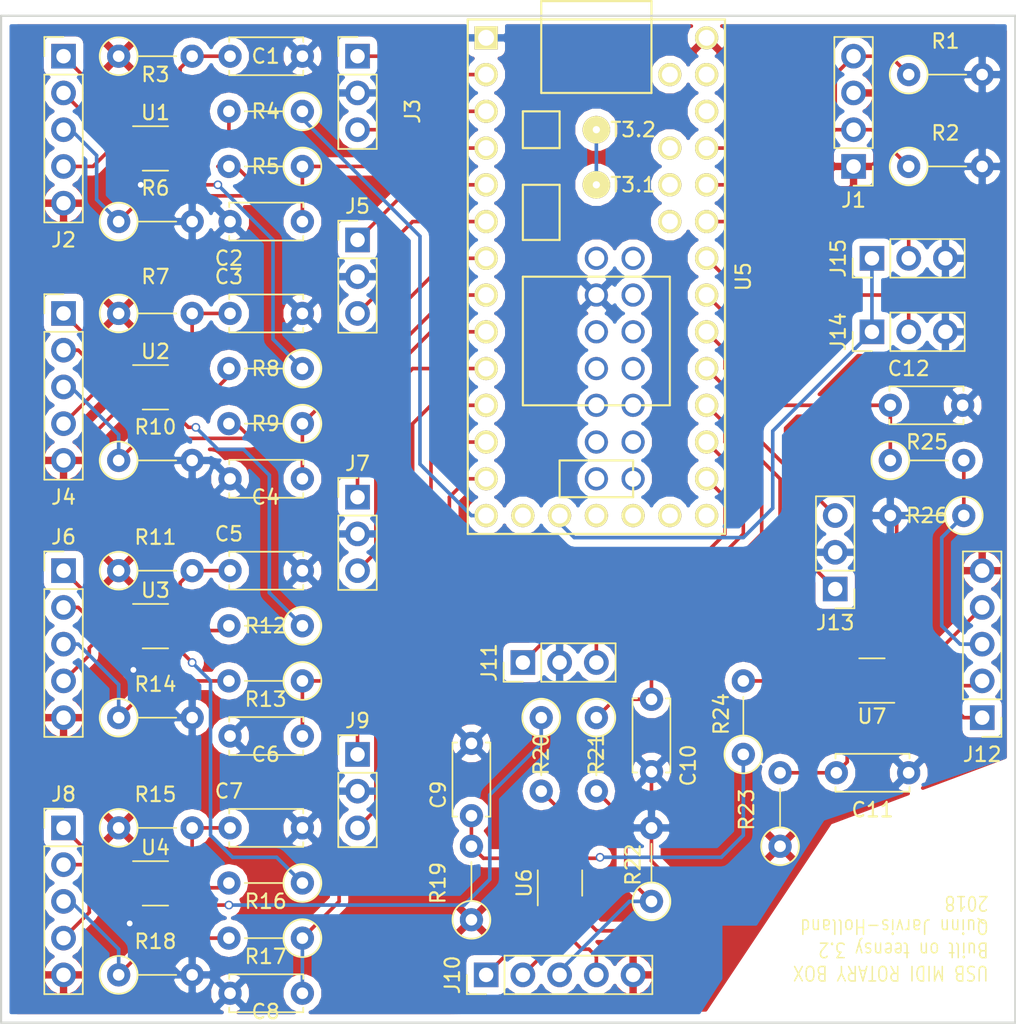
<source format=kicad_pcb>
(kicad_pcb (version 4) (host pcbnew 4.0.7)
  (layers (0 F.Cu signal) (31 B.Cu signal) (34 B.Paste user) (35 F.Paste user) (36 B.SilkS user) (37 F.SilkS user) (38 B.Mask user) (39 F.Mask user) (44 Edge.Cuts user))
  (net 0 "")
  (net 1 GND)
  (net 2 "Net-(C1-Pad2)")
  (net 3 "Net-(C2-Pad1)")
  (net 4 "Net-(C3-Pad2)")
  (net 5 "Net-(C4-Pad1)")
  (net 6 "Net-(C5-Pad2)")
  (net 7 "Net-(C6-Pad1)")
  (net 8 "Net-(C7-Pad2)")
  (net 9 "Net-(C8-Pad1)")
  (net 10 "Net-(C9-Pad2)")
  (net 11 "Net-(C10-Pad1)")
  (net 12 "Net-(C11-Pad2)")
  (net 13 "Net-(C12-Pad1)")
  (net 14 +5V)
  (net 15 "Net-(J1-Pad2)")
  (net 16 "Net-(J1-Pad4)")
  (net 17 "Net-(J2-Pad1)")
  (net 18 "Net-(J2-Pad2)")
  (net 19 "Net-(J2-Pad3)")
  (net 20 "Net-(J2-Pad4)")
  (net 21 "Net-(J3-Pad1)")
  (net 22 "Net-(J3-Pad3)")
  (net 23 "Net-(J4-Pad1)")
  (net 24 "Net-(J4-Pad2)")
  (net 25 "Net-(J4-Pad3)")
  (net 26 "Net-(J4-Pad4)")
  (net 27 "Net-(J5-Pad1)")
  (net 28 "Net-(J5-Pad3)")
  (net 29 "Net-(J6-Pad1)")
  (net 30 "Net-(J6-Pad2)")
  (net 31 "Net-(J6-Pad3)")
  (net 32 "Net-(J6-Pad4)")
  (net 33 "Net-(J7-Pad1)")
  (net 34 "Net-(J7-Pad3)")
  (net 35 "Net-(J8-Pad1)")
  (net 36 "Net-(J8-Pad2)")
  (net 37 "Net-(J8-Pad3)")
  (net 38 "Net-(J8-Pad4)")
  (net 39 "Net-(J9-Pad1)")
  (net 40 "Net-(J9-Pad3)")
  (net 41 "Net-(J10-Pad1)")
  (net 42 "Net-(J10-Pad2)")
  (net 43 "Net-(J10-Pad3)")
  (net 44 "Net-(J10-Pad4)")
  (net 45 "Net-(J11-Pad1)")
  (net 46 "Net-(J11-Pad3)")
  (net 47 "Net-(J12-Pad1)")
  (net 48 "Net-(J12-Pad2)")
  (net 49 "Net-(J12-Pad3)")
  (net 50 "Net-(J12-Pad4)")
  (net 51 "Net-(J13-Pad1)")
  (net 52 "Net-(J13-Pad3)")
  (net 53 +3V3)
  (net 54 "Net-(J14-Pad2)")
  (net 55 "Net-(J15-Pad2)")
  (net 56 "Net-(R4-Pad1)")
  (net 57 "Net-(R4-Pad2)")
  (net 58 "Net-(R8-Pad1)")
  (net 59 "Net-(R8-Pad2)")
  (net 60 "Net-(R12-Pad1)")
  (net 61 "Net-(R12-Pad2)")
  (net 62 "Net-(R16-Pad1)")
  (net 63 "Net-(R16-Pad2)")
  (net 64 "Net-(R20-Pad1)")
  (net 65 "Net-(R20-Pad2)")
  (net 66 "Net-(R24-Pad1)")
  (net 67 "Net-(R24-Pad2)")
  (net 68 "Net-(U1-Pad7)")
  (net 69 "Net-(U2-Pad7)")
  (net 70 "Net-(U3-Pad7)")
  (net 71 "Net-(U4-Pad7)")
  (net 72 "Net-(U5-Pad17)")
  (net 73 "Net-(U5-Pad18)")
  (net 74 "Net-(U5-Pad19)")
  (net 75 "Net-(U5-Pad20)")
  (net 76 "Net-(U5-Pad15)")
  (net 77 "Net-(U5-Pad31)")
  (net 78 "Net-(U5-Pad32)")
  (net 79 "Net-(U5-Pad34)")
  (net 80 "Net-(U5-Pad35)")
  (net 81 "Net-(U5-Pad36)")
  (net 82 "Net-(U5-Pad37)")
  (net 83 "Net-(U5-Pad38)")
  (net 84 "Net-(U5-Pad40)")
  (net 85 "Net-(U5-Pad41)")
  (net 86 "Net-(U5-Pad42)")
  (net 87 "Net-(U5-Pad43)")
  (net 88 "Net-(U5-Pad44)")
  (net 89 "Net-(U5-Pad45)")
  (net 90 "Net-(U5-Pad46)")
  (net 91 "Net-(U5-Pad47)")
  (net 92 "Net-(U5-Pad48)")
  (net 93 "Net-(U5-Pad49)")
  (net 94 "Net-(U5-Pad50)")
  (net 95 "Net-(U5-Pad51)")
  (net 96 "Net-(U5-Pad52)")
  (net 97 "Net-(U6-Pad7)")
  (net 98 "Net-(U7-Pad5)")
  (net 99 "Net-(U7-Pad7)")
  (module Resistors_THT:R_Axial_DIN0207_L6.3mm_D2.5mm_P5.08mm_Vertical (layer F.Cu) (at 113.792 108.966)
    (fp_text reference R10 (at 2.54 -2.31) (layer F.SilkS))
    (fp_text value 10k)
    (pad 1 thru_hole circle (at 0 0) (size 1.6 1.6) (drill 0.8) (layers *.Cu *.Mask) (net 25 "Net-(J4-Pad3)"))
    (pad 2 thru_hole oval (at 5.08 0) (size 1.6 1.6) (drill 0.8) (layers *.Cu *.Mask) (net 1 GND))
  )
  (module Capacitors_THT:C_Disc_D5.0mm_W2.5mm_P5.00mm (layer F.Cu) (at 126.492 92.456 180)
    (fp_text reference C2 (at 5.08 -2.54 180) (layer F.SilkS))
    (fp_text value .1uF)
    (pad 1 thru_hole circle (at 0 0 180) (size 1.6 1.6) (drill 0.8) (layers *.Cu *.Mask) (net 3 "Net-(C2-Pad1)"))
    (pad 2 thru_hole circle (at 5 0 180) (size 1.6 1.6) (drill 0.8) (layers *.Cu *.Mask) (net 1 GND))
  )
  (module Capacitors_THT:C_Disc_D5.0mm_W2.5mm_P5.00mm (layer F.Cu) (at 126.492 81.026 180)
    (fp_text reference C1 (at 2.54 0 180) (layer F.SilkS))
    (fp_text value .1uF)
    (pad 1 thru_hole circle (at 0 0 180) (size 1.6 1.6) (drill 0.8) (layers *.Cu *.Mask) (net 1 GND))
    (pad 2 thru_hole circle (at 5 0 180) (size 1.6 1.6) (drill 0.8) (layers *.Cu *.Mask) (net 2 "Net-(C1-Pad2)"))
  )
  (module Capacitors_THT:C_Disc_D5.0mm_W2.5mm_P5.00mm (layer F.Cu) (at 126.492 98.806 180)
    (fp_text reference C3 (at 5.08 2.54 180) (layer F.SilkS))
    (fp_text value .1uF)
    (pad 1 thru_hole circle (at 0 0 180) (size 1.6 1.6) (drill 0.8) (layers *.Cu *.Mask) (net 1 GND))
    (pad 2 thru_hole circle (at 5 0 180) (size 1.6 1.6) (drill 0.8) (layers *.Cu *.Mask) (net 4 "Net-(C3-Pad2)"))
  )
  (module Capacitors_THT:C_Disc_D5.0mm_W2.5mm_P5.00mm (layer F.Cu) (at 126.492 110.236 180)
    (fp_text reference C4 (at 2.54 -1.27 180) (layer F.SilkS))
    (fp_text value .1uF)
    (pad 1 thru_hole circle (at 0 0 180) (size 1.6 1.6) (drill 0.8) (layers *.Cu *.Mask) (net 5 "Net-(C4-Pad1)"))
    (pad 2 thru_hole circle (at 5 0 180) (size 1.6 1.6) (drill 0.8) (layers *.Cu *.Mask) (net 1 GND))
  )
  (module Capacitors_THT:C_Disc_D5.0mm_W2.5mm_P5.00mm (layer F.Cu) (at 126.492 116.586 180)
    (fp_text reference C5 (at 5.08 2.54 180) (layer F.SilkS))
    (fp_text value .1uF)
    (pad 1 thru_hole circle (at 0 0 180) (size 1.6 1.6) (drill 0.8) (layers *.Cu *.Mask) (net 1 GND))
    (pad 2 thru_hole circle (at 5 0 180) (size 1.6 1.6) (drill 0.8) (layers *.Cu *.Mask) (net 6 "Net-(C5-Pad2)"))
  )
  (module Capacitors_THT:C_Disc_D5.0mm_W2.5mm_P5.00mm (layer F.Cu) (at 126.492 128.016 180)
    (fp_text reference C6 (at 2.54 -1.27 180) (layer F.SilkS))
    (fp_text value .1uF)
    (pad 1 thru_hole circle (at 0 0 180) (size 1.6 1.6) (drill 0.8) (layers *.Cu *.Mask) (net 7 "Net-(C6-Pad1)"))
    (pad 2 thru_hole circle (at 5 0 180) (size 1.6 1.6) (drill 0.8) (layers *.Cu *.Mask) (net 1 GND))
  )
  (module Capacitors_THT:C_Disc_D5.0mm_W2.5mm_P5.00mm (layer F.Cu) (at 126.492 134.366 180)
    (fp_text reference C7 (at 5.08 2.54 180) (layer F.SilkS))
    (fp_text value .1uF)
    (pad 1 thru_hole circle (at 0 0 180) (size 1.6 1.6) (drill 0.8) (layers *.Cu *.Mask) (net 1 GND))
    (pad 2 thru_hole circle (at 5 0 180) (size 1.6 1.6) (drill 0.8) (layers *.Cu *.Mask) (net 8 "Net-(C7-Pad2)"))
  )
  (module Capacitors_THT:C_Disc_D5.0mm_W2.5mm_P5.00mm (layer F.Cu) (at 126.492 145.796 180)
    (fp_text reference C8 (at 2.54 -1.27 180) (layer F.SilkS))
    (fp_text value .1uF)
    (pad 1 thru_hole circle (at 0 0 180) (size 1.6 1.6) (drill 0.8) (layers *.Cu *.Mask) (net 9 "Net-(C8-Pad1)"))
    (pad 2 thru_hole circle (at 5 0 180) (size 1.6 1.6) (drill 0.8) (layers *.Cu *.Mask) (net 1 GND))
  )
  (module Capacitors_THT:C_Disc_D5.0mm_W2.5mm_P5.00mm (layer F.Cu) (at 138.176 128.524 270)
    (fp_text reference C9 (at 3.556 2.286 270) (layer F.SilkS))
    (fp_text value .1uF)
    (pad 1 thru_hole circle (at 0 0 270) (size 1.6 1.6) (drill 0.8) (layers *.Cu *.Mask) (net 1 GND))
    (pad 2 thru_hole circle (at 5 0 270) (size 1.6 1.6) (drill 0.8) (layers *.Cu *.Mask) (net 10 "Net-(C9-Pad2)"))
  )
  (module Capacitors_THT:C_Disc_D5.0mm_W2.5mm_P5.00mm (layer F.Cu) (at 150.622 125.476 270)
    (fp_text reference C10 (at 4.572 -2.54 270) (layer F.SilkS))
    (fp_text value .1uF)
    (pad 1 thru_hole circle (at 0 0 270) (size 1.6 1.6) (drill 0.8) (layers *.Cu *.Mask) (net 11 "Net-(C10-Pad1)"))
    (pad 2 thru_hole circle (at 5 0 270) (size 1.6 1.6) (drill 0.8) (layers *.Cu *.Mask) (net 1 GND))
  )
  (module Capacitors_THT:C_Disc_D5.0mm_W2.5mm_P5.00mm (layer F.Cu) (at 168.402 130.556 180)
    (fp_text reference C11 (at 2.5 -2.56 180) (layer F.SilkS))
    (fp_text value .1uF)
    (pad 1 thru_hole circle (at 0 0 180) (size 1.6 1.6) (drill 0.8) (layers *.Cu *.Mask) (net 1 GND))
    (pad 2 thru_hole circle (at 5 0 180) (size 1.6 1.6) (drill 0.8) (layers *.Cu *.Mask) (net 12 "Net-(C11-Pad2)"))
  )
  (module Capacitors_THT:C_Disc_D5.0mm_W2.5mm_P5.00mm (layer F.Cu) (at 167.132 105.156)
    (fp_text reference C12 (at 1.27 -2.54) (layer F.SilkS))
    (fp_text value .1uF)
    (pad 1 thru_hole circle (at 0 0) (size 1.6 1.6) (drill 0.8) (layers *.Cu *.Mask) (net 13 "Net-(C12-Pad1)"))
    (pad 2 thru_hole circle (at 5 0) (size 1.6 1.6) (drill 0.8) (layers *.Cu *.Mask) (net 1 GND))
  )
  (module Pin_Headers:Pin_Header_Straight_1x04_Pitch2.54mm (layer F.Cu) (at 164.592 88.646 180)
    (fp_text reference J1 (at 0 -2.33 180) (layer F.SilkS))
    (fp_text value Conn_01x04_Male)
    (pad 1 thru_hole rect (at 0 0 180) (size 1.7 1.7) (drill 1) (layers *.Cu *.Mask) (net 14 +5V))
    (pad 2 thru_hole oval (at 0 2.54 180) (size 1.7 1.7) (drill 1) (layers *.Cu *.Mask) (net 15 "Net-(J1-Pad2)"))
    (pad 3 thru_hole oval (at 0 5.08 180) (size 1.7 1.7) (drill 1) (layers *.Cu *.Mask) (net 14 +5V))
    (pad 4 thru_hole oval (at 0 7.62 180) (size 1.7 1.7) (drill 1) (layers *.Cu *.Mask) (net 16 "Net-(J1-Pad4)"))
  )
  (module Pin_Headers:Pin_Header_Straight_1x05_Pitch2.54mm (layer F.Cu) (at 109.982 81.026)
    (fp_text reference J2 (at 0 12.7) (layer F.SilkS))
    (fp_text value Conn_01x05_Male)
    (pad 1 thru_hole rect (at 0 0) (size 1.7 1.7) (drill 1) (layers *.Cu *.Mask) (net 17 "Net-(J2-Pad1)"))
    (pad 2 thru_hole oval (at 0 2.54) (size 1.7 1.7) (drill 1) (layers *.Cu *.Mask) (net 18 "Net-(J2-Pad2)"))
    (pad 3 thru_hole oval (at 0 5.08) (size 1.7 1.7) (drill 1) (layers *.Cu *.Mask) (net 19 "Net-(J2-Pad3)"))
    (pad 4 thru_hole oval (at 0 7.62) (size 1.7 1.7) (drill 1) (layers *.Cu *.Mask) (net 20 "Net-(J2-Pad4)"))
    (pad 5 thru_hole oval (at 0 10.16) (size 1.7 1.7) (drill 1) (layers *.Cu *.Mask) (net 14 +5V))
  )
  (module Pin_Headers:Pin_Header_Straight_1x03_Pitch2.54mm (layer F.Cu) (at 130.302 81.026)
    (fp_text reference J3 (at 3.81 3.81 90) (layer F.SilkS))
    (fp_text value Conn_01x03_Male)
    (pad 1 thru_hole rect (at 0 0) (size 1.7 1.7) (drill 1) (layers *.Cu *.Mask) (net 21 "Net-(J3-Pad1)"))
    (pad 2 thru_hole oval (at 0 2.54) (size 1.7 1.7) (drill 1) (layers *.Cu *.Mask) (net 1 GND))
    (pad 3 thru_hole oval (at 0 5.08) (size 1.7 1.7) (drill 1) (layers *.Cu *.Mask) (net 22 "Net-(J3-Pad3)"))
  )
  (module Pin_Headers:Pin_Header_Straight_1x05_Pitch2.54mm (layer F.Cu) (at 109.982 98.806)
    (fp_text reference J4 (at 0 12.7) (layer F.SilkS))
    (fp_text value Conn_01x05_Male)
    (pad 1 thru_hole rect (at 0 0) (size 1.7 1.7) (drill 1) (layers *.Cu *.Mask) (net 23 "Net-(J4-Pad1)"))
    (pad 2 thru_hole oval (at 0 2.54) (size 1.7 1.7) (drill 1) (layers *.Cu *.Mask) (net 24 "Net-(J4-Pad2)"))
    (pad 3 thru_hole oval (at 0 5.08) (size 1.7 1.7) (drill 1) (layers *.Cu *.Mask) (net 25 "Net-(J4-Pad3)"))
    (pad 4 thru_hole oval (at 0 7.62) (size 1.7 1.7) (drill 1) (layers *.Cu *.Mask) (net 26 "Net-(J4-Pad4)"))
    (pad 5 thru_hole oval (at 0 10.16) (size 1.7 1.7) (drill 1) (layers *.Cu *.Mask) (net 14 +5V))
  )
  (module Pin_Headers:Pin_Header_Straight_1x03_Pitch2.54mm (layer F.Cu) (at 130.302 93.726)
    (fp_text reference J5 (at 0 -2.33) (layer F.SilkS))
    (fp_text value Conn_01x03_Male)
    (pad 1 thru_hole rect (at 0 0) (size 1.7 1.7) (drill 1) (layers *.Cu *.Mask) (net 27 "Net-(J5-Pad1)"))
    (pad 2 thru_hole oval (at 0 2.54) (size 1.7 1.7) (drill 1) (layers *.Cu *.Mask) (net 1 GND))
    (pad 3 thru_hole oval (at 0 5.08) (size 1.7 1.7) (drill 1) (layers *.Cu *.Mask) (net 28 "Net-(J5-Pad3)"))
  )
  (module Pin_Headers:Pin_Header_Straight_1x05_Pitch2.54mm (layer F.Cu) (at 109.982 116.586)
    (fp_text reference J6 (at 0 -2.33) (layer F.SilkS))
    (fp_text value Conn_01x05_Male)
    (pad 1 thru_hole rect (at 0 0) (size 1.7 1.7) (drill 1) (layers *.Cu *.Mask) (net 29 "Net-(J6-Pad1)"))
    (pad 2 thru_hole oval (at 0 2.54) (size 1.7 1.7) (drill 1) (layers *.Cu *.Mask) (net 30 "Net-(J6-Pad2)"))
    (pad 3 thru_hole oval (at 0 5.08) (size 1.7 1.7) (drill 1) (layers *.Cu *.Mask) (net 31 "Net-(J6-Pad3)"))
    (pad 4 thru_hole oval (at 0 7.62) (size 1.7 1.7) (drill 1) (layers *.Cu *.Mask) (net 32 "Net-(J6-Pad4)"))
    (pad 5 thru_hole oval (at 0 10.16) (size 1.7 1.7) (drill 1) (layers *.Cu *.Mask) (net 14 +5V))
  )
  (module Pin_Headers:Pin_Header_Straight_1x03_Pitch2.54mm (layer F.Cu) (at 130.302 111.506)
    (fp_text reference J7 (at 0 -2.33) (layer F.SilkS))
    (fp_text value Conn_01x03_Male)
    (pad 1 thru_hole rect (at 0 0) (size 1.7 1.7) (drill 1) (layers *.Cu *.Mask) (net 33 "Net-(J7-Pad1)"))
    (pad 2 thru_hole oval (at 0 2.54) (size 1.7 1.7) (drill 1) (layers *.Cu *.Mask) (net 1 GND))
    (pad 3 thru_hole oval (at 0 5.08) (size 1.7 1.7) (drill 1) (layers *.Cu *.Mask) (net 34 "Net-(J7-Pad3)"))
  )
  (module Pin_Headers:Pin_Header_Straight_1x05_Pitch2.54mm (layer F.Cu) (at 109.982 134.366)
    (fp_text reference J8 (at 0 -2.33) (layer F.SilkS))
    (fp_text value Conn_01x05_Male)
    (pad 1 thru_hole rect (at 0 0) (size 1.7 1.7) (drill 1) (layers *.Cu *.Mask) (net 35 "Net-(J8-Pad1)"))
    (pad 2 thru_hole oval (at 0 2.54) (size 1.7 1.7) (drill 1) (layers *.Cu *.Mask) (net 36 "Net-(J8-Pad2)"))
    (pad 3 thru_hole oval (at 0 5.08) (size 1.7 1.7) (drill 1) (layers *.Cu *.Mask) (net 37 "Net-(J8-Pad3)"))
    (pad 4 thru_hole oval (at 0 7.62) (size 1.7 1.7) (drill 1) (layers *.Cu *.Mask) (net 38 "Net-(J8-Pad4)"))
    (pad 5 thru_hole oval (at 0 10.16) (size 1.7 1.7) (drill 1) (layers *.Cu *.Mask) (net 14 +5V))
  )
  (module Pin_Headers:Pin_Header_Straight_1x03_Pitch2.54mm (layer F.Cu) (at 130.302 129.286)
    (fp_text reference J9 (at 0 -2.33) (layer F.SilkS))
    (fp_text value Conn_01x03_Male)
    (pad 1 thru_hole rect (at 0 0) (size 1.7 1.7) (drill 1) (layers *.Cu *.Mask) (net 39 "Net-(J9-Pad1)"))
    (pad 2 thru_hole oval (at 0 2.54) (size 1.7 1.7) (drill 1) (layers *.Cu *.Mask) (net 1 GND))
    (pad 3 thru_hole oval (at 0 5.08) (size 1.7 1.7) (drill 1) (layers *.Cu *.Mask) (net 40 "Net-(J9-Pad3)"))
  )
  (module Pin_Headers:Pin_Header_Straight_1x05_Pitch2.54mm (layer F.Cu) (at 139.192 144.526 90)
    (fp_text reference J10 (at 0 -2.33 90) (layer F.SilkS))
    (fp_text value Conn_01x05_Male)
    (pad 1 thru_hole rect (at 0 0 90) (size 1.7 1.7) (drill 1) (layers *.Cu *.Mask) (net 41 "Net-(J10-Pad1)"))
    (pad 2 thru_hole oval (at 0 2.54 90) (size 1.7 1.7) (drill 1) (layers *.Cu *.Mask) (net 42 "Net-(J10-Pad2)"))
    (pad 3 thru_hole oval (at 0 5.08 90) (size 1.7 1.7) (drill 1) (layers *.Cu *.Mask) (net 43 "Net-(J10-Pad3)"))
    (pad 4 thru_hole oval (at 0 7.62 90) (size 1.7 1.7) (drill 1) (layers *.Cu *.Mask) (net 44 "Net-(J10-Pad4)"))
    (pad 5 thru_hole oval (at 0 10.16 90) (size 1.7 1.7) (drill 1) (layers *.Cu *.Mask) (net 14 +5V))
  )
  (module Pin_Headers:Pin_Header_Straight_1x03_Pitch2.54mm (layer F.Cu) (at 141.732 122.936 90)
    (fp_text reference J11 (at 0 -2.33 90) (layer F.SilkS))
    (fp_text value Conn_01x03_Male)
    (pad 1 thru_hole rect (at 0 0 90) (size 1.7 1.7) (drill 1) (layers *.Cu *.Mask) (net 45 "Net-(J11-Pad1)"))
    (pad 2 thru_hole oval (at 0 2.54 90) (size 1.7 1.7) (drill 1) (layers *.Cu *.Mask) (net 1 GND))
    (pad 3 thru_hole oval (at 0 5.08 90) (size 1.7 1.7) (drill 1) (layers *.Cu *.Mask) (net 46 "Net-(J11-Pad3)"))
  )
  (module Pin_Headers:Pin_Header_Straight_1x05_Pitch2.54mm (layer F.Cu) (at 173.482 126.746 180)
    (fp_text reference J12 (at 0 -2.54 360) (layer F.SilkS))
    (fp_text value Conn_01x05_Male)
    (pad 1 thru_hole rect (at 0 0 180) (size 1.7 1.7) (drill 1) (layers *.Cu *.Mask) (net 47 "Net-(J12-Pad1)"))
    (pad 2 thru_hole oval (at 0 2.54 180) (size 1.7 1.7) (drill 1) (layers *.Cu *.Mask) (net 48 "Net-(J12-Pad2)"))
    (pad 3 thru_hole oval (at 0 5.08 180) (size 1.7 1.7) (drill 1) (layers *.Cu *.Mask) (net 49 "Net-(J12-Pad3)"))
    (pad 4 thru_hole oval (at 0 7.62 180) (size 1.7 1.7) (drill 1) (layers *.Cu *.Mask) (net 50 "Net-(J12-Pad4)"))
    (pad 5 thru_hole oval (at 0 10.16 180) (size 1.7 1.7) (drill 1) (layers *.Cu *.Mask) (net 14 +5V))
  )
  (module Pin_Headers:Pin_Header_Straight_1x03_Pitch2.54mm (layer F.Cu) (at 163.322 117.856 180)
    (fp_text reference J13 (at 0 -2.33 180) (layer F.SilkS))
    (fp_text value Conn_01x03_Male)
    (pad 1 thru_hole rect (at 0 0 180) (size 1.7 1.7) (drill 1) (layers *.Cu *.Mask) (net 51 "Net-(J13-Pad1)"))
    (pad 2 thru_hole oval (at 0 2.54 180) (size 1.7 1.7) (drill 1) (layers *.Cu *.Mask) (net 1 GND))
    (pad 3 thru_hole oval (at 0 5.08 180) (size 1.7 1.7) (drill 1) (layers *.Cu *.Mask) (net 52 "Net-(J13-Pad3)"))
  )
  (module Pin_Headers:Pin_Header_Straight_1x03_Pitch2.54mm (layer F.Cu) (at 165.862 100.076 90)
    (fp_text reference J14 (at 0 -2.33 90) (layer F.SilkS))
    (fp_text value Conn_01x03_Male)
    (pad 1 thru_hole rect (at 0 0 90) (size 1.7 1.7) (drill 1) (layers *.Cu *.Mask) (net 53 +3V3))
    (pad 2 thru_hole oval (at 0 2.54 90) (size 1.7 1.7) (drill 1) (layers *.Cu *.Mask) (net 54 "Net-(J14-Pad2)"))
    (pad 3 thru_hole oval (at 0 5.08 90) (size 1.7 1.7) (drill 1) (layers *.Cu *.Mask) (net 1 GND))
  )
  (module Pin_Headers:Pin_Header_Straight_1x03_Pitch2.54mm (layer F.Cu) (at 165.862 94.996 90)
    (fp_text reference J15 (at 0 -2.33 90) (layer F.SilkS))
    (fp_text value Conn_01x03_Male)
    (pad 1 thru_hole rect (at 0 0 90) (size 1.7 1.7) (drill 1) (layers *.Cu *.Mask) (net 53 +3V3))
    (pad 2 thru_hole oval (at 0 2.54 90) (size 1.7 1.7) (drill 1) (layers *.Cu *.Mask) (net 55 "Net-(J15-Pad2)"))
    (pad 3 thru_hole oval (at 0 5.08 90) (size 1.7 1.7) (drill 1) (layers *.Cu *.Mask) (net 1 GND))
  )
  (module TO_SOT_Packages_SMD:TSOT-23-8_HandSoldering (layer F.Cu) (at 116.332 87.376)
    (fp_text reference U1 (at 0 -2.45) (layer F.SilkS))
    (fp_text value WS2811)
    (pad 1 smd rect (at -1.71 -0.97) (size 2 0.4) (layers F.Cu F.Paste F.Mask) (net 17 "Net-(J2-Pad1)"))
    (pad 2 smd rect (at -1.71 -0.33) (size 2 0.4) (layers F.Cu F.Paste F.Mask) (net 18 "Net-(J2-Pad2)"))
    (pad 3 smd rect (at -1.71 0.33) (size 2 0.4) (layers F.Cu F.Paste F.Mask) (net 20 "Net-(J2-Pad4)"))
    (pad 4 smd rect (at -1.71 0.97) (size 2 0.4) (layers F.Cu F.Paste F.Mask) (net 1 GND))
    (pad 5 smd rect (at 1.71 0.97) (size 2 0.4) (layers F.Cu F.Paste F.Mask) (net 58 "Net-(R8-Pad1)"))
    (pad 6 smd rect (at 1.71 0.33) (size 2 0.4) (layers F.Cu F.Paste F.Mask) (net 57 "Net-(R4-Pad2)"))
    (pad 7 smd rect (at 1.71 -0.33) (size 2 0.4) (layers F.Cu F.Paste F.Mask) (net 68 "Net-(U1-Pad7)"))
    (pad 8 smd rect (at 1.71 -0.97) (size 2 0.4) (layers F.Cu F.Paste F.Mask) (net 2 "Net-(C1-Pad2)"))
  )
  (module TO_SOT_Packages_SMD:TSOT-23-8_HandSoldering (layer F.Cu) (at 116.332 103.886)
    (fp_text reference U2 (at 0 -2.45) (layer F.SilkS))
    (fp_text value WS2811)
    (pad 1 smd rect (at -1.71 -0.97) (size 2 0.4) (layers F.Cu F.Paste F.Mask) (net 23 "Net-(J4-Pad1)"))
    (pad 2 smd rect (at -1.71 -0.33) (size 2 0.4) (layers F.Cu F.Paste F.Mask) (net 24 "Net-(J4-Pad2)"))
    (pad 3 smd rect (at -1.71 0.33) (size 2 0.4) (layers F.Cu F.Paste F.Mask) (net 26 "Net-(J4-Pad4)"))
    (pad 4 smd rect (at -1.71 0.97) (size 2 0.4) (layers F.Cu F.Paste F.Mask) (net 1 GND))
    (pad 5 smd rect (at 1.71 0.97) (size 2 0.4) (layers F.Cu F.Paste F.Mask) (net 60 "Net-(R12-Pad1)"))
    (pad 6 smd rect (at 1.71 0.33) (size 2 0.4) (layers F.Cu F.Paste F.Mask) (net 59 "Net-(R8-Pad2)"))
    (pad 7 smd rect (at 1.71 -0.33) (size 2 0.4) (layers F.Cu F.Paste F.Mask) (net 69 "Net-(U2-Pad7)"))
    (pad 8 smd rect (at 1.71 -0.97) (size 2 0.4) (layers F.Cu F.Paste F.Mask) (net 4 "Net-(C3-Pad2)"))
  )
  (module TO_SOT_Packages_SMD:TSOT-23-8_HandSoldering (layer F.Cu) (at 116.332 120.396)
    (fp_text reference U3 (at 0 -2.45) (layer F.SilkS))
    (fp_text value WS2811)
    (pad 1 smd rect (at -1.71 -0.97) (size 2 0.4) (layers F.Cu F.Paste F.Mask) (net 29 "Net-(J6-Pad1)"))
    (pad 2 smd rect (at -1.71 -0.33) (size 2 0.4) (layers F.Cu F.Paste F.Mask) (net 30 "Net-(J6-Pad2)"))
    (pad 3 smd rect (at -1.71 0.33) (size 2 0.4) (layers F.Cu F.Paste F.Mask) (net 32 "Net-(J6-Pad4)"))
    (pad 4 smd rect (at -1.71 0.97) (size 2 0.4) (layers F.Cu F.Paste F.Mask) (net 1 GND))
    (pad 5 smd rect (at 1.71 0.97) (size 2 0.4) (layers F.Cu F.Paste F.Mask) (net 62 "Net-(R16-Pad1)"))
    (pad 6 smd rect (at 1.71 0.33) (size 2 0.4) (layers F.Cu F.Paste F.Mask) (net 61 "Net-(R12-Pad2)"))
    (pad 7 smd rect (at 1.71 -0.33) (size 2 0.4) (layers F.Cu F.Paste F.Mask) (net 70 "Net-(U3-Pad7)"))
    (pad 8 smd rect (at 1.71 -0.97) (size 2 0.4) (layers F.Cu F.Paste F.Mask) (net 6 "Net-(C5-Pad2)"))
  )
  (module TO_SOT_Packages_SMD:TSOT-23-8_HandSoldering (layer F.Cu) (at 116.332 138.176)
    (fp_text reference U4 (at 0 -2.45) (layer F.SilkS))
    (fp_text value WS2811)
    (pad 1 smd rect (at -1.71 -0.97) (size 2 0.4) (layers F.Cu F.Paste F.Mask) (net 35 "Net-(J8-Pad1)"))
    (pad 2 smd rect (at -1.71 -0.33) (size 2 0.4) (layers F.Cu F.Paste F.Mask) (net 36 "Net-(J8-Pad2)"))
    (pad 3 smd rect (at -1.71 0.33) (size 2 0.4) (layers F.Cu F.Paste F.Mask) (net 38 "Net-(J8-Pad4)"))
    (pad 4 smd rect (at -1.71 0.97) (size 2 0.4) (layers F.Cu F.Paste F.Mask) (net 1 GND))
    (pad 5 smd rect (at 1.71 0.97) (size 2 0.4) (layers F.Cu F.Paste F.Mask) (net 64 "Net-(R20-Pad1)"))
    (pad 6 smd rect (at 1.71 0.33) (size 2 0.4) (layers F.Cu F.Paste F.Mask) (net 63 "Net-(R16-Pad2)"))
    (pad 7 smd rect (at 1.71 -0.33) (size 2 0.4) (layers F.Cu F.Paste F.Mask) (net 71 "Net-(U4-Pad7)"))
    (pad 8 smd rect (at 1.71 -0.97) (size 2 0.4) (layers F.Cu F.Paste F.Mask) (net 8 "Net-(C7-Pad2)"))
  )
  (module teensy:Teensy30_31_32_LC (layer F.Cu) (at 146.812 96.266 270)
    (fp_text reference U5 (at 0 -10.16 270) (layer F.SilkS))
    (fp_text value Teensy3.2)
    (fp_text user T3.2 (at -10.16 -2.54 360) (layer F.SilkS))
    (fp_text user T3.1 (at -6.35 -2.54 360) (layer F.SilkS))
    (pad 17 thru_hole circle (at 16.51 0 270) (size 1.6 1.6) (drill 1.1) (layers *.Cu *.Mask F.SilkS) (net 72 "Net-(U5-Pad17)"))
    (pad 18 thru_hole circle (at 16.51 -2.54 270) (size 1.6 1.6) (drill 1.1) (layers *.Cu *.Mask F.SilkS) (net 73 "Net-(U5-Pad18)"))
    (pad 19 thru_hole circle (at 16.51 -5.08 270) (size 1.6 1.6) (drill 1.1) (layers *.Cu *.Mask F.SilkS) (net 74 "Net-(U5-Pad19)"))
    (pad 20 thru_hole circle (at 16.51 -7.62 270) (size 1.6 1.6) (drill 1.1) (layers *.Cu *.Mask F.SilkS) (net 75 "Net-(U5-Pad20)"))
    (pad 16 thru_hole circle (at 16.51 2.54 270) (size 1.6 1.6) (drill 1.1) (layers *.Cu *.Mask F.SilkS) (net 53 +3V3))
    (pad 15 thru_hole circle (at 16.51 5.08 270) (size 1.6 1.6) (drill 1.1) (layers *.Cu *.Mask F.SilkS) (net 76 "Net-(U5-Pad15)"))
    (pad 14 thru_hole circle (at 16.51 7.62 270) (size 1.6 1.6) (drill 1.1) (layers *.Cu *.Mask F.SilkS) (net 56 "Net-(R4-Pad1)"))
    (pad 21 thru_hole circle (at 13.97 -7.62 270) (size 1.6 1.6) (drill 1.1) (layers *.Cu *.Mask F.SilkS) (net 45 "Net-(J11-Pad1)"))
    (pad 22 thru_hole circle (at 11.43 -7.62 270) (size 1.6 1.6) (drill 1.1) (layers *.Cu *.Mask F.SilkS) (net 46 "Net-(J11-Pad3)"))
    (pad 23 thru_hole circle (at 8.89 -7.62 270) (size 1.6 1.6) (drill 1.1) (layers *.Cu *.Mask F.SilkS) (net 11 "Net-(C10-Pad1)"))
    (pad 24 thru_hole circle (at 6.35 -7.62 270) (size 1.6 1.6) (drill 1.1) (layers *.Cu *.Mask F.SilkS) (net 51 "Net-(J13-Pad1)"))
    (pad 25 thru_hole circle (at 3.81 -7.62 270) (size 1.6 1.6) (drill 1.1) (layers *.Cu *.Mask F.SilkS) (net 52 "Net-(J13-Pad3)"))
    (pad 26 thru_hole circle (at 1.27 -7.62 270) (size 1.6 1.6) (drill 1.1) (layers *.Cu *.Mask F.SilkS) (net 13 "Net-(C12-Pad1)"))
    (pad 27 thru_hole circle (at -1.27 -7.62 270) (size 1.6 1.6) (drill 1.1) (layers *.Cu *.Mask F.SilkS) (net 54 "Net-(J14-Pad2)"))
    (pad 28 thru_hole circle (at -3.81 -7.62 270) (size 1.6 1.6) (drill 1.1) (layers *.Cu *.Mask F.SilkS) (net 55 "Net-(J15-Pad2)"))
    (pad 29 thru_hole circle (at -6.35 -7.62 270) (size 1.6 1.6) (drill 1.1) (layers *.Cu *.Mask F.SilkS) (net 15 "Net-(J1-Pad2)"))
    (pad 30 thru_hole circle (at -8.89 -7.62 270) (size 1.6 1.6) (drill 1.1) (layers *.Cu *.Mask F.SilkS) (net 16 "Net-(J1-Pad4)"))
    (pad 31 thru_hole circle (at -11.43 -7.62 270) (size 1.6 1.6) (drill 1.1) (layers *.Cu *.Mask F.SilkS) (net 77 "Net-(U5-Pad31)"))
    (pad 32 thru_hole circle (at -13.97 -7.62 270) (size 1.6 1.6) (drill 1.1) (layers *.Cu *.Mask F.SilkS) (net 78 "Net-(U5-Pad32)"))
    (pad 33 thru_hole circle (at -16.51 -7.62 270) (size 1.6 1.6) (drill 1.1) (layers *.Cu *.Mask F.SilkS) (net 14 +5V))
    (pad 34 thru_hole circle (at -13.97 -5.08 270) (size 1.6 1.6) (drill 1.1) (layers *.Cu *.Mask F.SilkS) (net 79 "Net-(U5-Pad34)"))
    (pad 35 thru_hole circle (at -8.89 -5.08 270) (size 1.6 1.6) (drill 1.1) (layers *.Cu *.Mask F.SilkS) (net 80 "Net-(U5-Pad35)"))
    (pad 36 thru_hole circle (at -6.35 -5.08 270) (size 1.6 1.6) (drill 1.1) (layers *.Cu *.Mask F.SilkS) (net 81 "Net-(U5-Pad36)"))
    (pad 37 thru_hole circle (at -3.81 -5.08 270) (size 1.6 1.6) (drill 1.1) (layers *.Cu *.Mask F.SilkS) (net 82 "Net-(U5-Pad37)"))
    (pad 13 thru_hole circle (at 13.97 7.62 270) (size 1.6 1.6) (drill 1.1) (layers *.Cu *.Mask F.SilkS) (net 9 "Net-(C8-Pad1)"))
    (pad 12 thru_hole circle (at 11.43 7.62 270) (size 1.6 1.6) (drill 1.1) (layers *.Cu *.Mask F.SilkS) (net 40 "Net-(J9-Pad3)"))
    (pad 11 thru_hole circle (at 8.89 7.62 270) (size 1.6 1.6) (drill 1.1) (layers *.Cu *.Mask F.SilkS) (net 39 "Net-(J9-Pad1)"))
    (pad 10 thru_hole circle (at 6.35 7.62 270) (size 1.6 1.6) (drill 1.1) (layers *.Cu *.Mask F.SilkS) (net 7 "Net-(C6-Pad1)"))
    (pad 9 thru_hole circle (at 3.81 7.62 270) (size 1.6 1.6) (drill 1.1) (layers *.Cu *.Mask F.SilkS) (net 34 "Net-(J7-Pad3)"))
    (pad 8 thru_hole circle (at 1.27 7.62 270) (size 1.6 1.6) (drill 1.1) (layers *.Cu *.Mask F.SilkS) (net 33 "Net-(J7-Pad1)"))
    (pad 7 thru_hole circle (at -1.27 7.62 270) (size 1.6 1.6) (drill 1.1) (layers *.Cu *.Mask F.SilkS) (net 5 "Net-(C4-Pad1)"))
    (pad 6 thru_hole circle (at -3.81 7.62 270) (size 1.6 1.6) (drill 1.1) (layers *.Cu *.Mask F.SilkS) (net 28 "Net-(J5-Pad3)"))
    (pad 5 thru_hole circle (at -6.35 7.62 270) (size 1.6 1.6) (drill 1.1) (layers *.Cu *.Mask F.SilkS) (net 27 "Net-(J5-Pad1)"))
    (pad 4 thru_hole circle (at -8.89 7.62 270) (size 1.6 1.6) (drill 1.1) (layers *.Cu *.Mask F.SilkS) (net 3 "Net-(C2-Pad1)"))
    (pad 3 thru_hole circle (at -11.43 7.62 270) (size 1.6 1.6) (drill 1.1) (layers *.Cu *.Mask F.SilkS) (net 22 "Net-(J3-Pad3)"))
    (pad 2 thru_hole circle (at -13.97 7.62 270) (size 1.6 1.6) (drill 1.1) (layers *.Cu *.Mask F.SilkS) (net 21 "Net-(J3-Pad1)"))
    (pad 1 thru_hole rect (at -16.51 7.62 270) (size 1.6 1.6) (drill 1.1) (layers *.Cu *.Mask F.SilkS) (net 1 GND))
    (pad 38 thru_hole circle (at -1.27 0 270) (size 1.6 1.6) (drill 1.1) (layers *.Cu *.Mask) (net 83 "Net-(U5-Pad38)"))
    (pad 39 thru_hole circle (at 1.27 0 270) (size 1.6 1.6) (drill 1.1) (layers *.Cu *.Mask) (net 1 GND))
    (pad 40 thru_hole circle (at 3.81 0 270) (size 1.6 1.6) (drill 1.1) (layers *.Cu *.Mask) (net 84 "Net-(U5-Pad40)"))
    (pad 41 thru_hole circle (at 6.35 0 270) (size 1.6 1.6) (drill 1.1) (layers *.Cu *.Mask) (net 85 "Net-(U5-Pad41)"))
    (pad 42 thru_hole circle (at 8.89 0 270) (size 1.6 1.6) (drill 1.1) (layers *.Cu *.Mask) (net 86 "Net-(U5-Pad42)"))
    (pad 43 thru_hole circle (at 11.43 0 270) (size 1.6 1.6) (drill 1.1) (layers *.Cu *.Mask) (net 87 "Net-(U5-Pad43)"))
    (pad 44 thru_hole circle (at 13.97 0 270) (size 1.6 1.6) (drill 1.1) (layers *.Cu *.Mask) (net 88 "Net-(U5-Pad44)"))
    (pad 45 thru_hole circle (at 13.97 -2.54 270) (size 1.6 1.6) (drill 1.1) (layers *.Cu *.Mask) (net 89 "Net-(U5-Pad45)"))
    (pad 46 thru_hole circle (at 11.43 -2.54 270) (size 1.6 1.6) (drill 1.1) (layers *.Cu *.Mask) (net 90 "Net-(U5-Pad46)"))
    (pad 47 thru_hole circle (at 8.89 -2.54 270) (size 1.6 1.6) (drill 1.1) (layers *.Cu *.Mask) (net 91 "Net-(U5-Pad47)"))
    (pad 48 thru_hole circle (at 6.35 -2.54 270) (size 1.6 1.6) (drill 1.1) (layers *.Cu *.Mask) (net 92 "Net-(U5-Pad48)"))
    (pad 49 thru_hole circle (at 3.81 -2.54 270) (size 1.6 1.6) (drill 1.1) (layers *.Cu *.Mask) (net 93 "Net-(U5-Pad49)"))
    (pad 50 thru_hole circle (at 1.27 -2.54 270) (size 1.6 1.6) (drill 1.1) (layers *.Cu *.Mask) (net 94 "Net-(U5-Pad50)"))
    (pad 51 thru_hole circle (at -1.27 -2.54 270) (size 1.6 1.6) (drill 1.1) (layers *.Cu *.Mask) (net 95 "Net-(U5-Pad51)"))
    (pad 52 thru_hole circle (at -6.35 0 270) (size 1.9 1.9) (drill 0.5) (layers *.Cu *.Mask F.SilkS) (net 96 "Net-(U5-Pad52)"))
    (pad 52 thru_hole circle (at -10.16 0 270) (size 1.9 1.9) (drill 0.5) (layers *.Cu *.Mask F.SilkS) (net 96 "Net-(U5-Pad52)"))
  )
  (module TO_SOT_Packages_SMD:TSOT-23-8_HandSoldering (layer F.Cu) (at 144.272 138.176 90)
    (fp_text reference U6 (at 0 -2.45 90) (layer F.SilkS))
    (fp_text value WS2811)
    (pad 1 smd rect (at -1.71 -0.97 90) (size 2 0.4) (layers F.Cu F.Paste F.Mask) (net 41 "Net-(J10-Pad1)"))
    (pad 2 smd rect (at -1.71 -0.33 90) (size 2 0.4) (layers F.Cu F.Paste F.Mask) (net 42 "Net-(J10-Pad2)"))
    (pad 3 smd rect (at -1.71 0.33 90) (size 2 0.4) (layers F.Cu F.Paste F.Mask) (net 44 "Net-(J10-Pad4)"))
    (pad 4 smd rect (at -1.71 0.97 90) (size 2 0.4) (layers F.Cu F.Paste F.Mask) (net 1 GND))
    (pad 5 smd rect (at 1.71 0.97 90) (size 2 0.4) (layers F.Cu F.Paste F.Mask) (net 66 "Net-(R24-Pad1)"))
    (pad 6 smd rect (at 1.71 0.33 90) (size 2 0.4) (layers F.Cu F.Paste F.Mask) (net 65 "Net-(R20-Pad2)"))
    (pad 7 smd rect (at 1.71 -0.33 90) (size 2 0.4) (layers F.Cu F.Paste F.Mask) (net 97 "Net-(U6-Pad7)"))
    (pad 8 smd rect (at 1.71 -0.97 90) (size 2 0.4) (layers F.Cu F.Paste F.Mask) (net 10 "Net-(C9-Pad2)"))
  )
  (module TO_SOT_Packages_SMD:TSOT-23-8_HandSoldering (layer F.Cu) (at 165.862 124.206 180)
    (fp_text reference U7 (at 0 -2.45 180) (layer F.SilkS))
    (fp_text value WS2811)
    (pad 1 smd rect (at -1.71 -0.97 180) (size 2 0.4) (layers F.Cu F.Paste F.Mask) (net 47 "Net-(J12-Pad1)"))
    (pad 2 smd rect (at -1.71 -0.33 180) (size 2 0.4) (layers F.Cu F.Paste F.Mask) (net 48 "Net-(J12-Pad2)"))
    (pad 3 smd rect (at -1.71 0.33 180) (size 2 0.4) (layers F.Cu F.Paste F.Mask) (net 50 "Net-(J12-Pad4)"))
    (pad 4 smd rect (at -1.71 0.97 180) (size 2 0.4) (layers F.Cu F.Paste F.Mask) (net 1 GND))
    (pad 5 smd rect (at 1.71 0.97 180) (size 2 0.4) (layers F.Cu F.Paste F.Mask) (net 98 "Net-(U7-Pad5)"))
    (pad 6 smd rect (at 1.71 0.33 180) (size 2 0.4) (layers F.Cu F.Paste F.Mask) (net 67 "Net-(R24-Pad2)"))
    (pad 7 smd rect (at 1.71 -0.33 180) (size 2 0.4) (layers F.Cu F.Paste F.Mask) (net 99 "Net-(U7-Pad7)"))
    (pad 8 smd rect (at 1.71 -0.97 180) (size 2 0.4) (layers F.Cu F.Paste F.Mask) (net 12 "Net-(C11-Pad2)"))
  )
  (module Resistors_THT:R_Axial_DIN0207_L6.3mm_D2.5mm_P5.08mm_Vertical (layer F.Cu) (at 168.402 82.296)
    (fp_text reference R1 (at 2.54 -2.31) (layer F.SilkS))
    (fp_text value 1k)
    (pad 1 thru_hole circle (at 0 0) (size 1.6 1.6) (drill 0.8) (layers *.Cu *.Mask) (net 16 "Net-(J1-Pad4)"))
    (pad 2 thru_hole oval (at 5.08 0) (size 1.6 1.6) (drill 0.8) (layers *.Cu *.Mask) (net 1 GND))
  )
  (module Resistors_THT:R_Axial_DIN0207_L6.3mm_D2.5mm_P5.08mm_Vertical (layer F.Cu) (at 168.402 88.646)
    (fp_text reference R2 (at 2.54 -2.31) (layer F.SilkS))
    (fp_text value 1k)
    (pad 1 thru_hole circle (at 0 0) (size 1.6 1.6) (drill 0.8) (layers *.Cu *.Mask) (net 15 "Net-(J1-Pad2)"))
    (pad 2 thru_hole oval (at 5.08 0) (size 1.6 1.6) (drill 0.8) (layers *.Cu *.Mask) (net 1 GND))
  )
  (module Resistors_THT:R_Axial_DIN0207_L6.3mm_D2.5mm_P5.08mm_Vertical (layer F.Cu) (at 113.792 81.026)
    (fp_text reference R3 (at 2.54 1.27) (layer F.SilkS))
    (fp_text value 100)
    (pad 1 thru_hole circle (at 0 0) (size 1.6 1.6) (drill 0.8) (layers *.Cu *.Mask) (net 14 +5V))
    (pad 2 thru_hole oval (at 5.08 0) (size 1.6 1.6) (drill 0.8) (layers *.Cu *.Mask) (net 2 "Net-(C1-Pad2)"))
  )
  (module Resistors_THT:R_Axial_DIN0207_L6.3mm_D2.5mm_P5.08mm_Vertical (layer F.Cu) (at 126.492 84.836 180)
    (fp_text reference R4 (at 2.54 0 180) (layer F.SilkS))
    (fp_text value 33)
    (pad 1 thru_hole circle (at 0 0 180) (size 1.6 1.6) (drill 0.8) (layers *.Cu *.Mask) (net 56 "Net-(R4-Pad1)"))
    (pad 2 thru_hole oval (at 5.08 0 180) (size 1.6 1.6) (drill 0.8) (layers *.Cu *.Mask) (net 57 "Net-(R4-Pad2)"))
  )
  (module Resistors_THT:R_Axial_DIN0207_L6.3mm_D2.5mm_P5.08mm_Vertical (layer F.Cu) (at 126.492 88.646 180)
    (fp_text reference R5 (at 2.54 0 180) (layer F.SilkS))
    (fp_text value 22k)
    (pad 1 thru_hole circle (at 0 0 180) (size 1.6 1.6) (drill 0.8) (layers *.Cu *.Mask) (net 3 "Net-(C2-Pad1)"))
    (pad 2 thru_hole oval (at 5.08 0 180) (size 1.6 1.6) (drill 0.8) (layers *.Cu *.Mask) (net 19 "Net-(J2-Pad3)"))
  )
  (module Resistors_THT:R_Axial_DIN0207_L6.3mm_D2.5mm_P5.08mm_Vertical (layer F.Cu) (at 113.792 92.456)
    (fp_text reference R6 (at 2.54 -2.31) (layer F.SilkS))
    (fp_text value 10k)
    (pad 1 thru_hole circle (at 0 0) (size 1.6 1.6) (drill 0.8) (layers *.Cu *.Mask) (net 19 "Net-(J2-Pad3)"))
    (pad 2 thru_hole oval (at 5.08 0) (size 1.6 1.6) (drill 0.8) (layers *.Cu *.Mask) (net 1 GND))
  )
  (module Resistors_THT:R_Axial_DIN0207_L6.3mm_D2.5mm_P5.08mm_Vertical (layer F.Cu) (at 113.792 98.806)
    (fp_text reference R7 (at 2.54 -2.54) (layer F.SilkS))
    (fp_text value 100)
    (pad 1 thru_hole circle (at 0 0) (size 1.6 1.6) (drill 0.8) (layers *.Cu *.Mask) (net 14 +5V))
    (pad 2 thru_hole oval (at 5.08 0) (size 1.6 1.6) (drill 0.8) (layers *.Cu *.Mask) (net 4 "Net-(C3-Pad2)"))
  )
  (module Resistors_THT:R_Axial_DIN0207_L6.3mm_D2.5mm_P5.08mm_Vertical (layer F.Cu) (at 126.492 102.616 180)
    (fp_text reference R8 (at 2.54 0 180) (layer F.SilkS))
    (fp_text value 33)
    (pad 1 thru_hole circle (at 0 0 180) (size 1.6 1.6) (drill 0.8) (layers *.Cu *.Mask) (net 58 "Net-(R8-Pad1)"))
    (pad 2 thru_hole oval (at 5.08 0 180) (size 1.6 1.6) (drill 0.8) (layers *.Cu *.Mask) (net 59 "Net-(R8-Pad2)"))
  )
  (module Resistors_THT:R_Axial_DIN0207_L6.3mm_D2.5mm_P5.08mm_Vertical (layer F.Cu) (at 126.492 106.426 180)
    (fp_text reference R9 (at 2.54 0 180) (layer F.SilkS))
    (fp_text value 22k)
    (pad 1 thru_hole circle (at 0 0 180) (size 1.6 1.6) (drill 0.8) (layers *.Cu *.Mask) (net 5 "Net-(C4-Pad1)"))
    (pad 2 thru_hole oval (at 5.08 0 180) (size 1.6 1.6) (drill 0.8) (layers *.Cu *.Mask) (net 25 "Net-(J4-Pad3)"))
  )
  (module Resistors_THT:R_Axial_DIN0207_L6.3mm_D2.5mm_P5.08mm_Vertical (layer F.Cu) (at 113.792 116.586)
    (fp_text reference R11 (at 2.54 -2.31) (layer F.SilkS))
    (fp_text value 100)
    (pad 1 thru_hole circle (at 0 0) (size 1.6 1.6) (drill 0.8) (layers *.Cu *.Mask) (net 14 +5V))
    (pad 2 thru_hole oval (at 5.08 0) (size 1.6 1.6) (drill 0.8) (layers *.Cu *.Mask) (net 6 "Net-(C5-Pad2)"))
  )
  (module Resistors_THT:R_Axial_DIN0207_L6.3mm_D2.5mm_P5.08mm_Vertical (layer F.Cu) (at 126.492 120.396 180)
    (fp_text reference R12 (at 2.54 0 180) (layer F.SilkS))
    (fp_text value 33)
    (pad 1 thru_hole circle (at 0 0 180) (size 1.6 1.6) (drill 0.8) (layers *.Cu *.Mask) (net 60 "Net-(R12-Pad1)"))
    (pad 2 thru_hole oval (at 5.08 0 180) (size 1.6 1.6) (drill 0.8) (layers *.Cu *.Mask) (net 61 "Net-(R12-Pad2)"))
  )
  (module Resistors_THT:R_Axial_DIN0207_L6.3mm_D2.5mm_P5.08mm_Vertical (layer F.Cu) (at 126.492 124.206 180)
    (fp_text reference R13 (at 2.54 -1.27 180) (layer F.SilkS))
    (fp_text value 22k)
    (pad 1 thru_hole circle (at 0 0 180) (size 1.6 1.6) (drill 0.8) (layers *.Cu *.Mask) (net 7 "Net-(C6-Pad1)"))
    (pad 2 thru_hole oval (at 5.08 0 180) (size 1.6 1.6) (drill 0.8) (layers *.Cu *.Mask) (net 31 "Net-(J6-Pad3)"))
  )
  (module Resistors_THT:R_Axial_DIN0207_L6.3mm_D2.5mm_P5.08mm_Vertical (layer F.Cu) (at 113.792 126.746)
    (fp_text reference R14 (at 2.54 -2.31) (layer F.SilkS))
    (fp_text value 10k)
    (pad 1 thru_hole circle (at 0 0) (size 1.6 1.6) (drill 0.8) (layers *.Cu *.Mask) (net 31 "Net-(J6-Pad3)"))
    (pad 2 thru_hole oval (at 5.08 0) (size 1.6 1.6) (drill 0.8) (layers *.Cu *.Mask) (net 1 GND))
  )
  (module Resistors_THT:R_Axial_DIN0207_L6.3mm_D2.5mm_P5.08mm_Vertical (layer F.Cu) (at 113.792 134.366)
    (fp_text reference R15 (at 2.54 -2.31) (layer F.SilkS))
    (fp_text value 100)
    (pad 1 thru_hole circle (at 0 0) (size 1.6 1.6) (drill 0.8) (layers *.Cu *.Mask) (net 14 +5V))
    (pad 2 thru_hole oval (at 5.08 0) (size 1.6 1.6) (drill 0.8) (layers *.Cu *.Mask) (net 8 "Net-(C7-Pad2)"))
  )
  (module Resistors_THT:R_Axial_DIN0207_L6.3mm_D2.5mm_P5.08mm_Vertical (layer F.Cu) (at 126.492 138.176 180)
    (fp_text reference R16 (at 2.54 -1.27 180) (layer F.SilkS))
    (fp_text value 33)
    (pad 1 thru_hole circle (at 0 0 180) (size 1.6 1.6) (drill 0.8) (layers *.Cu *.Mask) (net 62 "Net-(R16-Pad1)"))
    (pad 2 thru_hole oval (at 5.08 0 180) (size 1.6 1.6) (drill 0.8) (layers *.Cu *.Mask) (net 63 "Net-(R16-Pad2)"))
  )
  (module Resistors_THT:R_Axial_DIN0207_L6.3mm_D2.5mm_P5.08mm_Vertical (layer F.Cu) (at 126.492 141.986 180)
    (fp_text reference R17 (at 2.54 -1.27 180) (layer F.SilkS))
    (fp_text value 22k)
    (pad 1 thru_hole circle (at 0 0 180) (size 1.6 1.6) (drill 0.8) (layers *.Cu *.Mask) (net 9 "Net-(C8-Pad1)"))
    (pad 2 thru_hole oval (at 5.08 0 180) (size 1.6 1.6) (drill 0.8) (layers *.Cu *.Mask) (net 37 "Net-(J8-Pad3)"))
  )
  (module Resistors_THT:R_Axial_DIN0207_L6.3mm_D2.5mm_P5.08mm_Vertical (layer F.Cu) (at 113.792 144.526)
    (fp_text reference R18 (at 2.54 -2.31) (layer F.SilkS))
    (fp_text value 10k)
    (pad 1 thru_hole circle (at 0 0) (size 1.6 1.6) (drill 0.8) (layers *.Cu *.Mask) (net 37 "Net-(J8-Pad3)"))
    (pad 2 thru_hole oval (at 5.08 0) (size 1.6 1.6) (drill 0.8) (layers *.Cu *.Mask) (net 1 GND))
  )
  (module Resistors_THT:R_Axial_DIN0207_L6.3mm_D2.5mm_P5.08mm_Vertical (layer F.Cu) (at 143.002 126.746 270)
    (fp_text reference R20 (at 2.54 0 270) (layer F.SilkS))
    (fp_text value 33)
    (pad 1 thru_hole circle (at 0 0 270) (size 1.6 1.6) (drill 0.8) (layers *.Cu *.Mask) (net 64 "Net-(R20-Pad1)"))
    (pad 2 thru_hole oval (at 5.08 0 270) (size 1.6 1.6) (drill 0.8) (layers *.Cu *.Mask) (net 65 "Net-(R20-Pad2)"))
  )
  (module Resistors_THT:R_Axial_DIN0207_L6.3mm_D2.5mm_P5.08mm_Vertical (layer F.Cu) (at 146.812 126.746 270)
    (fp_text reference R21 (at 2.54 0 270) (layer F.SilkS))
    (fp_text value 22k)
    (pad 1 thru_hole circle (at 0 0 270) (size 1.6 1.6) (drill 0.8) (layers *.Cu *.Mask) (net 11 "Net-(C10-Pad1)"))
    (pad 2 thru_hole oval (at 5.08 0 270) (size 1.6 1.6) (drill 0.8) (layers *.Cu *.Mask) (net 43 "Net-(J10-Pad3)"))
  )
  (module Resistors_THT:R_Axial_DIN0207_L6.3mm_D2.5mm_P5.08mm_Vertical (layer F.Cu) (at 138.176 140.716 90)
    (fp_text reference R19 (at 2.54 -2.31 90) (layer F.SilkS))
    (fp_text value 100)
    (pad 1 thru_hole circle (at 0 0 90) (size 1.6 1.6) (drill 0.8) (layers *.Cu *.Mask) (net 14 +5V))
    (pad 2 thru_hole oval (at 5.08 0 90) (size 1.6 1.6) (drill 0.8) (layers *.Cu *.Mask) (net 10 "Net-(C9-Pad2)"))
  )
  (module Resistors_THT:R_Axial_DIN0207_L6.3mm_D2.5mm_P5.08mm_Vertical (layer F.Cu) (at 172.212 112.776 180)
    (fp_text reference R26 (at 2.54 0 180) (layer F.SilkS))
    (fp_text value 10k)
    (pad 1 thru_hole circle (at 0 0 180) (size 1.6 1.6) (drill 0.8) (layers *.Cu *.Mask) (net 49 "Net-(J12-Pad3)"))
    (pad 2 thru_hole oval (at 5.08 0 180) (size 1.6 1.6) (drill 0.8) (layers *.Cu *.Mask) (net 1 GND))
  )
  (module Resistors_THT:R_Axial_DIN0207_L6.3mm_D2.5mm_P5.08mm_Vertical (layer F.Cu) (at 167.132 108.966)
    (fp_text reference R25 (at 2.54 -1.27) (layer F.SilkS))
    (fp_text value 22k)
    (pad 1 thru_hole circle (at 0 0) (size 1.6 1.6) (drill 0.8) (layers *.Cu *.Mask) (net 13 "Net-(C12-Pad1)"))
    (pad 2 thru_hole oval (at 5.08 0) (size 1.6 1.6) (drill 0.8) (layers *.Cu *.Mask) (net 49 "Net-(J12-Pad3)"))
  )
  (module Resistors_THT:R_Axial_DIN0207_L6.3mm_D2.5mm_P5.08mm_Vertical (layer F.Cu) (at 156.972 129.286 90)
    (fp_text reference R24 (at 2.794 -1.524 90) (layer F.SilkS))
    (fp_text value 33)
    (pad 1 thru_hole circle (at 0 0 90) (size 1.6 1.6) (drill 0.8) (layers *.Cu *.Mask) (net 66 "Net-(R24-Pad1)"))
    (pad 2 thru_hole oval (at 5.08 0 90) (size 1.6 1.6) (drill 0.8) (layers *.Cu *.Mask) (net 67 "Net-(R24-Pad2)"))
  )
  (module Resistors_THT:R_Axial_DIN0207_L6.3mm_D2.5mm_P5.08mm_Vertical (layer F.Cu) (at 159.512 135.636 90)
    (fp_text reference R23 (at 2.54 -2.31 90) (layer F.SilkS))
    (fp_text value 100)
    (pad 1 thru_hole circle (at 0 0 90) (size 1.6 1.6) (drill 0.8) (layers *.Cu *.Mask) (net 14 +5V))
    (pad 2 thru_hole oval (at 5.08 0 90) (size 1.6 1.6) (drill 0.8) (layers *.Cu *.Mask) (net 12 "Net-(C11-Pad2)"))
  )
  (module Resistors_THT:R_Axial_DIN0207_L6.3mm_D2.5mm_P5.08mm_Vertical (layer F.Cu) (at 150.622 139.446 90)
    (fp_text reference R22 (at 2.54 -1.27 90) (layer F.SilkS))
    (fp_text value 10k)
    (pad 1 thru_hole circle (at 0 0 90) (size 1.6 1.6) (drill 0.8) (layers *.Cu *.Mask) (net 43 "Net-(J10-Pad3)"))
    (pad 2 thru_hole oval (at 5.08 0 90) (size 1.6 1.6) (drill 0.8) (layers *.Cu *.Mask) (net 1 GND))
  )
  (gr_text "USB MIDI ROTARY BOX\nBuilt on teensy 3.2\nQuinn Jarvis-Holland\n2018" (at 173.99 141.986 180) (layer F.SilkS) (effects (font (size 1 0.8) (thickness 0.1)) (justify left)))
  (gr_line (start 105.664 78.232) (end 106.172 78.232) (angle 90) (layer Edge.Cuts) (width 0.15))
  (gr_line (start 105.664 147.828) (end 105.664 78.232) (angle 90) (layer Edge.Cuts) (width 0.15))
  (gr_line (start 175.768 147.828) (end 105.664 147.828) (angle 90) (layer Edge.Cuts) (width 0.15))
  (gr_line (start 175.768 78.232) (end 175.768 147.828) (angle 90) (layer Edge.Cuts) (width 0.15))
  (gr_line (start 106.172 78.232) (end 175.768 78.232) (angle 90) (layer Edge.Cuts) (width 0.15))
  (segment (start 150.622 134.366) (end 150.622 136.652) (width 0.25) (layer F.Cu) (net 1))
  (segment (start 146.834 141.478) (end 145.242 139.886) (width 0.25) (layer F.Cu) (net 1))
  (segment (start 151.638 141.478) (end 146.834 141.478) (width 0.25) (layer F.Cu) (net 1))
  (segment (start 152.4 140.716) (end 151.638 141.478) (width 0.25) (layer F.Cu) (net 1))
  (segment (start 152.4 138.43) (end 152.4 140.716) (width 0.25) (layer F.Cu) (net 1))
  (segment (start 150.622 136.652) (end 152.4 138.43) (width 0.25) (layer F.Cu) (net 1))
  (segment (start 167.572 123.236) (end 167.572 113.216) (width 0.25) (layer F.Cu) (net 1))
  (segment (start 167.572 113.216) (end 167.132 112.776) (width 0.25) (layer F.Cu) (net 1))
  (segment (start 114.622 139.146) (end 114.622 140.902) (width 0.25) (layer F.Cu) (net 1))
  (segment (start 114.554 140.97) (end 118.11 144.526) (width 0.25) (layer B.Cu) (net 1))
  (via (at 114.554 140.97) (size 0.6) (drill 0.4) (layers F.Cu B.Cu) (net 1))
  (segment (start 114.622 140.902) (end 114.554 140.97) (width 0.25) (layer F.Cu) (net 1))
  (segment (start 118.11 144.526) (end 118.872 144.526) (width 0.25) (layer B.Cu) (net 1))
  (segment (start 114.622 121.366) (end 114.622 123.258) (width 0.25) (layer F.Cu) (net 1))
  (segment (start 114.808 123.444) (end 118.11 126.746) (width 0.25) (layer B.Cu) (net 1))
  (via (at 114.808 123.444) (size 0.6) (drill 0.4) (layers F.Cu B.Cu) (net 1))
  (segment (start 114.622 123.258) (end 114.808 123.444) (width 0.25) (layer F.Cu) (net 1))
  (segment (start 118.11 126.746) (end 118.872 126.746) (width 0.25) (layer B.Cu) (net 1))
  (segment (start 118.872 108.966) (end 120.222 108.966) (width 0.25) (layer F.Cu) (net 1))
  (segment (start 120.222 108.966) (end 121.492 110.236) (width 0.25) (layer F.Cu) (net 1))
  (segment (start 114.622 104.856) (end 114.346 104.856) (width 0.25) (layer F.Cu) (net 1))
  (segment (start 114.346 104.856) (end 112.268 106.934) (width 0.25) (layer F.Cu) (net 1))
  (segment (start 112.268 106.934) (end 112.268 110.998) (width 0.25) (layer F.Cu) (net 1))
  (segment (start 112.268 110.998) (end 118.618 110.998) (width 0.25) (layer F.Cu) (net 1))
  (segment (start 118.618 110.998) (end 118.872 110.744) (width 0.25) (layer F.Cu) (net 1))
  (segment (start 118.872 110.744) (end 118.872 108.966) (width 0.25) (layer F.Cu) (net 1))
  (segment (start 114.622 88.346) (end 114.622 89.222) (width 0.25) (layer F.Cu) (net 1))
  (segment (start 117.856 92.456) (end 118.872 92.456) (width 0.25) (layer B.Cu) (net 1))
  (segment (start 115.316 89.916) (end 117.856 92.456) (width 0.25) (layer B.Cu) (net 1))
  (via (at 115.316 89.916) (size 0.6) (drill 0.4) (layers F.Cu B.Cu) (net 1))
  (segment (start 114.622 89.222) (end 115.316 89.916) (width 0.25) (layer F.Cu) (net 1))
  (segment (start 150.622 134.366) (end 150.622 130.476) (width 0.25) (layer F.Cu) (net 1))
  (segment (start 118.042 86.406) (end 118.042 81.856) (width 0.25) (layer F.Cu) (net 2))
  (segment (start 118.042 81.856) (end 118.872 81.026) (width 0.25) (layer F.Cu) (net 2))
  (segment (start 118.872 81.026) (end 121.492 81.026) (width 0.25) (layer F.Cu) (net 2))
  (segment (start 126.492 88.646) (end 126.492 92.456) (width 0.25) (layer F.Cu) (net 3))
  (segment (start 126.492 88.646) (end 132.842 88.646) (width 0.25) (layer F.Cu) (net 3))
  (segment (start 134.112 87.376) (end 139.192 87.376) (width 0.25) (layer F.Cu) (net 3))
  (segment (start 132.842 88.646) (end 134.112 87.376) (width 0.25) (layer F.Cu) (net 3))
  (segment (start 118.872 98.806) (end 118.872 102.086) (width 0.25) (layer F.Cu) (net 4))
  (segment (start 118.872 102.086) (end 118.042 102.916) (width 0.25) (layer F.Cu) (net 4))
  (segment (start 121.492 98.806) (end 118.872 98.806) (width 0.25) (layer F.Cu) (net 4))
  (segment (start 126.492 110.236) (end 126.492 106.426) (width 0.25) (layer F.Cu) (net 5))
  (segment (start 139.192 94.996) (end 136.652 94.996) (width 0.25) (layer F.Cu) (net 5))
  (segment (start 129.032 103.886) (end 126.492 106.426) (width 0.25) (layer F.Cu) (net 5))
  (segment (start 129.032 102.616) (end 129.032 103.886) (width 0.25) (layer F.Cu) (net 5))
  (segment (start 136.652 94.996) (end 129.032 102.616) (width 0.25) (layer F.Cu) (net 5))
  (segment (start 118.872 116.586) (end 121.492 116.586) (width 0.25) (layer F.Cu) (net 6))
  (segment (start 118.042 119.426) (end 118.042 117.416) (width 0.25) (layer F.Cu) (net 6))
  (segment (start 118.042 117.416) (end 118.872 116.586) (width 0.25) (layer F.Cu) (net 6))
  (segment (start 126.492 128.016) (end 126.492 124.206) (width 0.25) (layer F.Cu) (net 7))
  (segment (start 126.492 124.206) (end 127.762 124.206) (width 0.25) (layer F.Cu) (net 7))
  (segment (start 134.112 102.616) (end 139.192 102.616) (width 0.25) (layer F.Cu) (net 7))
  (segment (start 132.842 103.886) (end 134.112 102.616) (width 0.25) (layer F.Cu) (net 7))
  (segment (start 132.842 116.586) (end 132.842 103.886) (width 0.25) (layer F.Cu) (net 7))
  (segment (start 129.032 120.396) (end 132.842 116.586) (width 0.25) (layer F.Cu) (net 7))
  (segment (start 129.032 122.936) (end 129.032 120.396) (width 0.25) (layer F.Cu) (net 7))
  (segment (start 127.762 124.206) (end 129.032 122.936) (width 0.25) (layer F.Cu) (net 7))
  (segment (start 118.872 134.366) (end 118.872 136.376) (width 0.25) (layer F.Cu) (net 8))
  (segment (start 118.872 136.376) (end 118.042 137.206) (width 0.25) (layer F.Cu) (net 8))
  (segment (start 121.492 134.366) (end 118.872 134.366) (width 0.25) (layer F.Cu) (net 8))
  (segment (start 126.492 141.986) (end 126.492 145.796) (width 0.25) (layer B.Cu) (net 9))
  (segment (start 139.192 110.236) (end 137.922 110.236) (width 0.25) (layer F.Cu) (net 9))
  (segment (start 129.032 139.446) (end 126.492 141.986) (width 0.25) (layer F.Cu) (net 9))
  (segment (start 129.032 138.176) (end 129.032 139.446) (width 0.25) (layer F.Cu) (net 9))
  (segment (start 132.842 134.366) (end 129.032 138.176) (width 0.25) (layer F.Cu) (net 9))
  (segment (start 132.842 120.396) (end 132.842 134.366) (width 0.25) (layer F.Cu) (net 9))
  (segment (start 136.652 116.586) (end 132.842 120.396) (width 0.25) (layer F.Cu) (net 9))
  (segment (start 136.652 111.506) (end 136.652 116.586) (width 0.25) (layer F.Cu) (net 9))
  (segment (start 137.922 110.236) (end 136.652 111.506) (width 0.25) (layer F.Cu) (net 9))
  (segment (start 138.176 133.524) (end 138.176 135.636) (width 0.25) (layer F.Cu) (net 10))
  (segment (start 138.176 135.636) (end 139.006 136.466) (width 0.25) (layer F.Cu) (net 10))
  (segment (start 139.006 136.466) (end 143.302 136.466) (width 0.25) (layer F.Cu) (net 10))
  (segment (start 150.622 125.476) (end 148.082 125.476) (width 0.25) (layer F.Cu) (net 11))
  (segment (start 148.082 125.476) (end 146.812 126.746) (width 0.25) (layer F.Cu) (net 11))
  (segment (start 154.432 105.156) (end 155.702 106.426) (width 0.25) (layer F.Cu) (net 11))
  (segment (start 150.622 119.126) (end 150.622 125.476) (width 0.25) (layer F.Cu) (net 11))
  (segment (start 151.892 117.856) (end 150.622 119.126) (width 0.25) (layer F.Cu) (net 11))
  (segment (start 154.432 117.856) (end 151.892 117.856) (width 0.25) (layer F.Cu) (net 11))
  (segment (start 158.242 114.046) (end 154.432 117.856) (width 0.25) (layer F.Cu) (net 11))
  (segment (start 158.242 110.236) (end 158.242 114.046) (width 0.25) (layer F.Cu) (net 11))
  (segment (start 155.702 107.696) (end 158.242 110.236) (width 0.25) (layer F.Cu) (net 11))
  (segment (start 155.702 106.426) (end 155.702 107.696) (width 0.25) (layer F.Cu) (net 11))
  (segment (start 164.152 125.176) (end 164.152 129.806) (width 0.25) (layer F.Cu) (net 12))
  (segment (start 164.152 129.806) (end 163.402 130.556) (width 0.25) (layer F.Cu) (net 12))
  (segment (start 163.402 130.556) (end 159.512 130.556) (width 0.25) (layer F.Cu) (net 12))
  (segment (start 167.132 108.966) (end 167.132 105.156) (width 0.25) (layer F.Cu) (net 13))
  (segment (start 167.132 105.156) (end 159.512 105.156) (width 0.25) (layer F.Cu) (net 13))
  (segment (start 156.972 100.076) (end 154.432 97.536) (width 0.25) (layer F.Cu) (net 13))
  (segment (start 156.972 102.616) (end 156.972 100.076) (width 0.25) (layer F.Cu) (net 13))
  (segment (start 159.512 105.156) (end 156.972 102.616) (width 0.25) (layer F.Cu) (net 13))
  (segment (start 164.592 86.106) (end 165.862 86.106) (width 0.25) (layer F.Cu) (net 15))
  (segment (start 165.862 86.106) (end 168.402 88.646) (width 0.25) (layer F.Cu) (net 15))
  (segment (start 164.592 86.106) (end 163.322 86.106) (width 0.25) (layer F.Cu) (net 15))
  (segment (start 162.052 89.916) (end 154.432 89.916) (width 0.25) (layer F.Cu) (net 15))
  (segment (start 162.052 87.376) (end 162.052 89.916) (width 0.25) (layer F.Cu) (net 15))
  (segment (start 163.322 86.106) (end 162.052 87.376) (width 0.25) (layer F.Cu) (net 15))
  (segment (start 164.592 81.026) (end 167.132 81.026) (width 0.25) (layer F.Cu) (net 16))
  (segment (start 167.132 81.026) (end 168.402 82.296) (width 0.25) (layer F.Cu) (net 16))
  (segment (start 154.432 87.376) (end 160.782 87.376) (width 0.25) (layer F.Cu) (net 16))
  (segment (start 163.322 82.296) (end 164.592 81.026) (width 0.25) (layer F.Cu) (net 16))
  (segment (start 163.322 84.836) (end 163.322 82.296) (width 0.25) (layer F.Cu) (net 16))
  (segment (start 160.782 87.376) (end 163.322 84.836) (width 0.25) (layer F.Cu) (net 16))
  (segment (start 114.622 86.406) (end 114.622 85.666) (width 0.25) (layer F.Cu) (net 17))
  (segment (start 114.622 85.666) (end 109.982 81.026) (width 0.25) (layer F.Cu) (net 17))
  (segment (start 114.622 87.046) (end 113.462 87.046) (width 0.25) (layer F.Cu) (net 18))
  (segment (start 113.462 87.046) (end 109.982 83.566) (width 0.25) (layer F.Cu) (net 18))
  (segment (start 121.412 88.646) (end 121.92 88.646) (width 0.25) (layer F.Cu) (net 19))
  (segment (start 121.92 88.646) (end 123.952 90.678) (width 0.25) (layer F.Cu) (net 19))
  (segment (start 115.57 90.678) (end 113.792 92.456) (width 0.25) (layer F.Cu) (net 19))
  (segment (start 123.952 90.678) (end 115.57 90.678) (width 0.25) (layer F.Cu) (net 19))
  (segment (start 109.982 86.106) (end 110.49 86.106) (width 0.25) (layer B.Cu) (net 19))
  (segment (start 110.49 86.106) (end 112.268 87.884) (width 0.25) (layer B.Cu) (net 19))
  (segment (start 112.268 87.884) (end 112.268 90.932) (width 0.25) (layer B.Cu) (net 19))
  (segment (start 112.268 90.932) (end 113.792 92.456) (width 0.25) (layer B.Cu) (net 19))
  (segment (start 120.65 88.646) (end 121.412 88.646) (width 0.25) (layer F.Cu) (net 19))
  (segment (start 114.622 87.706) (end 112.954 87.706) (width 0.25) (layer F.Cu) (net 20))
  (segment (start 112.014 88.646) (end 109.982 88.646) (width 0.25) (layer F.Cu) (net 20))
  (segment (start 112.954 87.706) (end 112.014 88.646) (width 0.25) (layer F.Cu) (net 20))
  (segment (start 130.302 81.026) (end 136.652 81.026) (width 0.25) (layer F.Cu) (net 21))
  (segment (start 137.922 82.296) (end 139.192 82.296) (width 0.25) (layer F.Cu) (net 21))
  (segment (start 136.652 81.026) (end 137.922 82.296) (width 0.25) (layer F.Cu) (net 21))
  (segment (start 130.302 86.106) (end 132.842 86.106) (width 0.25) (layer F.Cu) (net 22))
  (segment (start 134.112 84.836) (end 139.192 84.836) (width 0.25) (layer F.Cu) (net 22))
  (segment (start 132.842 86.106) (end 134.112 84.836) (width 0.25) (layer F.Cu) (net 22))
  (segment (start 114.622 102.916) (end 114.092 102.916) (width 0.25) (layer F.Cu) (net 23))
  (segment (start 114.092 102.916) (end 109.982 98.806) (width 0.25) (layer F.Cu) (net 23))
  (segment (start 109.982 101.346) (end 110.998 101.346) (width 0.25) (layer F.Cu) (net 24))
  (segment (start 113.208 103.556) (end 114.622 103.556) (width 0.25) (layer F.Cu) (net 24))
  (segment (start 110.998 101.346) (end 113.208 103.556) (width 0.25) (layer F.Cu) (net 24))
  (segment (start 121.412 106.426) (end 121.92 106.426) (width 0.25) (layer F.Cu) (net 25))
  (segment (start 121.92 106.426) (end 122.936 107.442) (width 0.25) (layer F.Cu) (net 25))
  (segment (start 122.936 107.442) (end 115.316 107.442) (width 0.25) (layer F.Cu) (net 25))
  (segment (start 115.316 107.442) (end 113.792 108.966) (width 0.25) (layer F.Cu) (net 25))
  (segment (start 109.982 103.886) (end 110.49 103.886) (width 0.25) (layer B.Cu) (net 25))
  (segment (start 110.49 103.886) (end 113.792 107.188) (width 0.25) (layer B.Cu) (net 25))
  (segment (start 113.792 107.188) (end 113.792 108.966) (width 0.25) (layer B.Cu) (net 25))
  (segment (start 109.982 106.426) (end 112.268 104.14) (width 0.25) (layer F.Cu) (net 26))
  (segment (start 112.268 104.14) (end 114.546 104.14) (width 0.25) (layer F.Cu) (net 26))
  (segment (start 114.546 104.14) (end 114.622 104.216) (width 0.25) (layer F.Cu) (net 26))
  (segment (start 130.302 93.726) (end 134.112 89.916) (width 0.25) (layer F.Cu) (net 27))
  (segment (start 134.112 89.916) (end 139.192 89.916) (width 0.25) (layer F.Cu) (net 27))
  (segment (start 130.302 98.806) (end 132.842 96.266) (width 0.25) (layer F.Cu) (net 28))
  (segment (start 134.112 92.456) (end 139.192 92.456) (width 0.25) (layer F.Cu) (net 28))
  (segment (start 132.842 93.726) (end 134.112 92.456) (width 0.25) (layer F.Cu) (net 28))
  (segment (start 132.842 96.266) (end 132.842 93.726) (width 0.25) (layer F.Cu) (net 28))
  (segment (start 114.622 119.426) (end 112.822 119.426) (width 0.25) (layer F.Cu) (net 29))
  (segment (start 112.822 119.426) (end 109.982 116.586) (width 0.25) (layer F.Cu) (net 29))
  (segment (start 109.982 119.126) (end 110.998 119.126) (width 0.25) (layer F.Cu) (net 30))
  (segment (start 111.938 120.066) (end 114.622 120.066) (width 0.25) (layer F.Cu) (net 30))
  (segment (start 110.998 119.126) (end 111.938 120.066) (width 0.25) (layer F.Cu) (net 30))
  (segment (start 109.982 121.666) (end 110.998 121.666) (width 0.25) (layer B.Cu) (net 31))
  (segment (start 113.792 124.46) (end 113.792 126.746) (width 0.25) (layer B.Cu) (net 31))
  (segment (start 110.998 121.666) (end 113.792 124.46) (width 0.25) (layer B.Cu) (net 31))
  (segment (start 121.412 124.206) (end 116.332 124.206) (width 0.25) (layer F.Cu) (net 31))
  (segment (start 116.332 124.206) (end 113.792 126.746) (width 0.25) (layer F.Cu) (net 31))
  (segment (start 114.622 120.726) (end 112.954 120.726) (width 0.25) (layer F.Cu) (net 32))
  (segment (start 111.76 122.428) (end 109.982 124.206) (width 0.25) (layer F.Cu) (net 32))
  (segment (start 111.76 121.92) (end 111.76 122.428) (width 0.25) (layer F.Cu) (net 32))
  (segment (start 112.954 120.726) (end 111.76 121.92) (width 0.25) (layer F.Cu) (net 32))
  (segment (start 130.302 111.506) (end 130.302 103.886) (width 0.25) (layer F.Cu) (net 33))
  (segment (start 136.652 97.536) (end 139.192 97.536) (width 0.25) (layer F.Cu) (net 33))
  (segment (start 130.302 103.886) (end 136.652 97.536) (width 0.25) (layer F.Cu) (net 33))
  (segment (start 139.192 100.076) (end 135.382 100.076) (width 0.25) (layer F.Cu) (net 34))
  (segment (start 131.572 115.316) (end 130.302 116.586) (width 0.25) (layer F.Cu) (net 34))
  (segment (start 131.572 103.886) (end 131.572 115.316) (width 0.25) (layer F.Cu) (net 34))
  (segment (start 135.382 100.076) (end 131.572 103.886) (width 0.25) (layer F.Cu) (net 34))
  (segment (start 114.622 137.206) (end 112.822 137.206) (width 0.25) (layer F.Cu) (net 35))
  (segment (start 112.822 137.206) (end 109.982 134.366) (width 0.25) (layer F.Cu) (net 35))
  (segment (start 114.622 137.846) (end 112.446 137.846) (width 0.25) (layer F.Cu) (net 36))
  (segment (start 111.506 136.906) (end 109.982 136.906) (width 0.25) (layer F.Cu) (net 36))
  (segment (start 112.446 137.846) (end 111.506 136.906) (width 0.25) (layer F.Cu) (net 36))
  (segment (start 109.982 139.446) (end 110.49 139.446) (width 0.25) (layer B.Cu) (net 37))
  (segment (start 110.49 139.446) (end 113.792 142.748) (width 0.25) (layer B.Cu) (net 37))
  (segment (start 113.792 142.748) (end 113.792 144.526) (width 0.25) (layer B.Cu) (net 37))
  (segment (start 121.412 141.986) (end 116.332 141.986) (width 0.25) (layer F.Cu) (net 37))
  (segment (start 116.332 141.986) (end 113.792 144.526) (width 0.25) (layer F.Cu) (net 37))
  (segment (start 114.622 138.506) (end 112.954 138.506) (width 0.25) (layer F.Cu) (net 38))
  (segment (start 111.76 140.208) (end 109.982 141.986) (width 0.25) (layer F.Cu) (net 38))
  (segment (start 111.76 139.7) (end 111.76 140.208) (width 0.25) (layer F.Cu) (net 38))
  (segment (start 112.954 138.506) (end 111.76 139.7) (width 0.25) (layer F.Cu) (net 38))
  (segment (start 130.302 129.286) (end 130.302 120.396) (width 0.25) (layer F.Cu) (net 39))
  (segment (start 135.382 105.156) (end 139.192 105.156) (width 0.25) (layer F.Cu) (net 39))
  (segment (start 134.112 106.426) (end 135.382 105.156) (width 0.25) (layer F.Cu) (net 39))
  (segment (start 134.112 116.586) (end 134.112 106.426) (width 0.25) (layer F.Cu) (net 39))
  (segment (start 130.302 120.396) (end 134.112 116.586) (width 0.25) (layer F.Cu) (net 39))
  (segment (start 130.302 134.366) (end 131.572 133.096) (width 0.25) (layer F.Cu) (net 40))
  (segment (start 136.652 107.696) (end 139.192 107.696) (width 0.25) (layer F.Cu) (net 40))
  (segment (start 135.382 108.966) (end 136.652 107.696) (width 0.25) (layer F.Cu) (net 40))
  (segment (start 135.382 116.586) (end 135.382 108.966) (width 0.25) (layer F.Cu) (net 40))
  (segment (start 131.572 120.396) (end 135.382 116.586) (width 0.25) (layer F.Cu) (net 40))
  (segment (start 131.572 133.096) (end 131.572 120.396) (width 0.25) (layer F.Cu) (net 40))
  (segment (start 143.302 139.886) (end 143.302 140.416) (width 0.25) (layer F.Cu) (net 41))
  (segment (start 143.302 140.416) (end 139.192 144.526) (width 0.25) (layer F.Cu) (net 41))
  (segment (start 143.942 139.886) (end 143.942 142.316) (width 0.25) (layer F.Cu) (net 42))
  (segment (start 143.942 142.316) (end 141.732 144.526) (width 0.25) (layer F.Cu) (net 42))
  (segment (start 144.272 144.526) (end 144.272 144.272) (width 0.25) (layer B.Cu) (net 43))
  (segment (start 144.272 144.272) (end 149.098 139.446) (width 0.25) (layer B.Cu) (net 43))
  (segment (start 149.098 139.446) (end 150.622 139.446) (width 0.25) (layer B.Cu) (net 43))
  (segment (start 150.622 139.446) (end 148.844 137.668) (width 0.25) (layer F.Cu) (net 43))
  (segment (start 148.844 133.858) (end 146.812 131.826) (width 0.25) (layer F.Cu) (net 43))
  (segment (start 148.844 137.668) (end 148.844 133.858) (width 0.25) (layer F.Cu) (net 43))
  (segment (start 144.602 139.886) (end 144.602 141.554) (width 0.25) (layer F.Cu) (net 44))
  (segment (start 146.812 143.256) (end 146.812 144.526) (width 0.25) (layer F.Cu) (net 44))
  (segment (start 146.304 142.748) (end 146.812 143.256) (width 0.25) (layer F.Cu) (net 44))
  (segment (start 145.796 142.748) (end 146.304 142.748) (width 0.25) (layer F.Cu) (net 44))
  (segment (start 144.602 141.554) (end 145.796 142.748) (width 0.25) (layer F.Cu) (net 44))
  (segment (start 141.732 122.936) (end 149.352 115.316) (width 0.25) (layer F.Cu) (net 45))
  (segment (start 155.702 111.506) (end 154.432 110.236) (width 0.25) (layer F.Cu) (net 45))
  (segment (start 155.702 114.046) (end 155.702 111.506) (width 0.25) (layer F.Cu) (net 45))
  (segment (start 154.432 115.316) (end 155.702 114.046) (width 0.25) (layer F.Cu) (net 45))
  (segment (start 149.352 115.316) (end 154.432 115.316) (width 0.25) (layer F.Cu) (net 45))
  (segment (start 146.812 122.936) (end 146.812 119.126) (width 0.25) (layer F.Cu) (net 46))
  (segment (start 156.972 110.236) (end 154.432 107.696) (width 0.25) (layer F.Cu) (net 46))
  (segment (start 156.972 114.046) (end 156.972 110.236) (width 0.25) (layer F.Cu) (net 46))
  (segment (start 154.432 116.586) (end 156.972 114.046) (width 0.25) (layer F.Cu) (net 46))
  (segment (start 149.352 116.586) (end 154.432 116.586) (width 0.25) (layer F.Cu) (net 46))
  (segment (start 146.812 119.126) (end 149.352 116.586) (width 0.25) (layer F.Cu) (net 46))
  (segment (start 167.572 125.176) (end 170.642 125.176) (width 0.25) (layer F.Cu) (net 47))
  (segment (start 172.212 126.746) (end 173.482 126.746) (width 0.25) (layer F.Cu) (net 47))
  (segment (start 170.642 125.176) (end 172.212 126.746) (width 0.25) (layer F.Cu) (net 47))
  (segment (start 167.572 124.536) (end 173.152 124.536) (width 0.25) (layer F.Cu) (net 48))
  (segment (start 173.152 124.536) (end 173.482 124.206) (width 0.25) (layer F.Cu) (net 48))
  (segment (start 173.482 121.666) (end 171.958 121.666) (width 0.25) (layer B.Cu) (net 49))
  (segment (start 170.688 114.3) (end 172.212 112.776) (width 0.25) (layer B.Cu) (net 49))
  (segment (start 170.688 120.396) (end 170.688 114.3) (width 0.25) (layer B.Cu) (net 49))
  (segment (start 171.958 121.666) (end 170.688 120.396) (width 0.25) (layer B.Cu) (net 49))
  (segment (start 173.482 121.666) (end 173.99 121.666) (width 0.25) (layer F.Cu) (net 49))
  (segment (start 172.212 108.966) (end 172.212 112.776) (width 0.25) (layer F.Cu) (net 49))
  (segment (start 167.572 123.876) (end 168.732 123.876) (width 0.25) (layer F.Cu) (net 50))
  (segment (start 168.732 123.876) (end 173.482 119.126) (width 0.25) (layer F.Cu) (net 50))
  (segment (start 163.322 117.856) (end 159.512 114.046) (width 0.25) (layer F.Cu) (net 51))
  (segment (start 156.972 105.156) (end 154.432 102.616) (width 0.25) (layer F.Cu) (net 51))
  (segment (start 156.972 107.696) (end 156.972 105.156) (width 0.25) (layer F.Cu) (net 51))
  (segment (start 159.512 110.236) (end 156.972 107.696) (width 0.25) (layer F.Cu) (net 51))
  (segment (start 159.512 114.046) (end 159.512 110.236) (width 0.25) (layer F.Cu) (net 51))
  (segment (start 154.432 100.076) (end 155.702 101.346) (width 0.25) (layer F.Cu) (net 52))
  (segment (start 158.242 107.696) (end 163.322 112.776) (width 0.25) (layer F.Cu) (net 52))
  (segment (start 158.242 105.156) (end 158.242 107.696) (width 0.25) (layer F.Cu) (net 52))
  (segment (start 155.702 102.616) (end 158.242 105.156) (width 0.25) (layer F.Cu) (net 52))
  (segment (start 155.702 101.346) (end 155.702 102.616) (width 0.25) (layer F.Cu) (net 52))
  (segment (start 144.272 112.776) (end 144.272 113.284) (width 0.25) (layer B.Cu) (net 53))
  (segment (start 144.272 113.284) (end 145.288 114.3) (width 0.25) (layer B.Cu) (net 53))
  (segment (start 145.288 114.3) (end 156.972 114.3) (width 0.25) (layer B.Cu) (net 53))
  (segment (start 156.972 114.3) (end 159.004 112.268) (width 0.25) (layer B.Cu) (net 53))
  (segment (start 159.004 112.268) (end 159.004 106.934) (width 0.25) (layer B.Cu) (net 53))
  (segment (start 159.004 106.934) (end 165.862 100.076) (width 0.25) (layer B.Cu) (net 53))
  (segment (start 165.862 100.076) (end 165.862 94.996) (width 0.25) (layer B.Cu) (net 53))
  (segment (start 168.402 100.076) (end 168.402 97.536) (width 0.25) (layer F.Cu) (net 54))
  (segment (start 156.972 97.536) (end 154.432 94.996) (width 0.25) (layer F.Cu) (net 54))
  (segment (start 168.402 97.536) (end 156.972 97.536) (width 0.25) (layer F.Cu) (net 54))
  (segment (start 168.402 94.996) (end 168.402 92.456) (width 0.25) (layer F.Cu) (net 55))
  (segment (start 168.402 92.456) (end 154.432 92.456) (width 0.25) (layer F.Cu) (net 55))
  (segment (start 139.192 112.776) (end 138.176 112.776) (width 0.25) (layer B.Cu) (net 56))
  (segment (start 134.62 93.472) (end 126.492 85.344) (width 0.25) (layer B.Cu) (net 56))
  (segment (start 134.62 109.22) (end 134.62 93.472) (width 0.25) (layer B.Cu) (net 56))
  (segment (start 138.176 112.776) (end 134.62 109.22) (width 0.25) (layer B.Cu) (net 56))
  (segment (start 126.492 85.344) (end 126.492 84.836) (width 0.25) (layer B.Cu) (net 56))
  (segment (start 121.412 84.836) (end 121.412 86.36) (width 0.25) (layer F.Cu) (net 57))
  (segment (start 120.066 87.706) (end 118.042 87.706) (width 0.25) (layer F.Cu) (net 57))
  (segment (start 121.412 86.36) (end 120.066 87.706) (width 0.25) (layer F.Cu) (net 57))
  (segment (start 118.042 88.346) (end 118.042 89.086) (width 0.25) (layer F.Cu) (net 58))
  (segment (start 124.46 100.584) (end 126.492 102.616) (width 0.25) (layer B.Cu) (net 58))
  (segment (start 124.46 93.726) (end 124.46 100.584) (width 0.25) (layer B.Cu) (net 58))
  (segment (start 120.65 89.916) (end 124.46 93.726) (width 0.25) (layer B.Cu) (net 58))
  (via (at 120.65 89.916) (size 0.6) (drill 0.4) (layers F.Cu B.Cu) (net 58))
  (segment (start 118.872 89.916) (end 120.65 89.916) (width 0.25) (layer F.Cu) (net 58))
  (segment (start 118.042 89.086) (end 118.872 89.916) (width 0.25) (layer F.Cu) (net 58))
  (segment (start 126.492 102.616) (end 126.492 102.108) (width 0.25) (layer B.Cu) (net 58))
  (segment (start 121.412 102.616) (end 121.412 103.124) (width 0.25) (layer F.Cu) (net 59))
  (segment (start 121.412 103.124) (end 120.32 104.216) (width 0.25) (layer F.Cu) (net 59))
  (segment (start 120.32 104.216) (end 118.042 104.216) (width 0.25) (layer F.Cu) (net 59))
  (segment (start 118.042 104.856) (end 118.042 106.104) (width 0.25) (layer F.Cu) (net 60))
  (segment (start 124.206 118.11) (end 126.492 120.396) (width 0.25) (layer B.Cu) (net 60))
  (segment (start 124.206 109.982) (end 124.206 118.11) (width 0.25) (layer B.Cu) (net 60))
  (segment (start 122.428 108.204) (end 124.206 109.982) (width 0.25) (layer B.Cu) (net 60))
  (segment (start 120.65 108.204) (end 122.428 108.204) (width 0.25) (layer B.Cu) (net 60))
  (segment (start 119.126 106.68) (end 120.65 108.204) (width 0.25) (layer B.Cu) (net 60))
  (via (at 119.126 106.68) (size 0.6) (drill 0.4) (layers F.Cu B.Cu) (net 60))
  (segment (start 118.618 106.68) (end 119.126 106.68) (width 0.25) (layer F.Cu) (net 60))
  (segment (start 118.042 106.104) (end 118.618 106.68) (width 0.25) (layer F.Cu) (net 60))
  (segment (start 118.042 120.726) (end 121.082 120.726) (width 0.25) (layer F.Cu) (net 61))
  (segment (start 121.082 120.726) (end 121.412 120.396) (width 0.25) (layer F.Cu) (net 61))
  (segment (start 121.082 120.726) (end 121.412 120.396) (width 0.25) (layer F.Cu) (net 61))
  (segment (start 118.042 121.366) (end 118.042 122.106) (width 0.25) (layer F.Cu) (net 62))
  (segment (start 124.714 136.398) (end 126.492 138.176) (width 0.25) (layer B.Cu) (net 62))
  (segment (start 121.666 136.398) (end 124.714 136.398) (width 0.25) (layer B.Cu) (net 62))
  (segment (start 120.142 134.874) (end 121.666 136.398) (width 0.25) (layer B.Cu) (net 62))
  (segment (start 120.142 124.206) (end 120.142 134.874) (width 0.25) (layer B.Cu) (net 62))
  (segment (start 118.872 122.936) (end 120.142 124.206) (width 0.25) (layer B.Cu) (net 62))
  (via (at 118.872 122.936) (size 0.6) (drill 0.4) (layers F.Cu B.Cu) (net 62))
  (segment (start 118.042 122.106) (end 118.872 122.936) (width 0.25) (layer F.Cu) (net 62))
  (segment (start 126.492 138.176) (end 125.984 138.176) (width 0.25) (layer B.Cu) (net 62))
  (segment (start 118.042 138.506) (end 121.082 138.506) (width 0.25) (layer F.Cu) (net 63))
  (segment (start 121.082 138.506) (end 121.412 138.176) (width 0.25) (layer F.Cu) (net 63))
  (segment (start 143.002 126.746) (end 143.002 128.524) (width 0.25) (layer B.Cu) (net 64))
  (segment (start 119.588 139.146) (end 118.042 139.146) (width 0.25) (layer F.Cu) (net 64))
  (segment (start 120.142 139.7) (end 119.588 139.146) (width 0.25) (layer F.Cu) (net 64))
  (segment (start 121.412 139.7) (end 120.142 139.7) (width 0.25) (layer F.Cu) (net 64))
  (via (at 121.412 139.7) (size 0.6) (drill 0.4) (layers F.Cu B.Cu) (net 64))
  (segment (start 137.668 139.7) (end 121.412 139.7) (width 0.25) (layer B.Cu) (net 64))
  (segment (start 139.446 137.922) (end 137.668 139.7) (width 0.25) (layer B.Cu) (net 64))
  (segment (start 139.446 132.08) (end 139.446 137.922) (width 0.25) (layer B.Cu) (net 64))
  (segment (start 143.002 128.524) (end 139.446 132.08) (width 0.25) (layer B.Cu) (net 64))
  (segment (start 144.602 136.466) (end 144.602 133.426) (width 0.25) (layer F.Cu) (net 65))
  (segment (start 144.602 133.426) (end 143.002 131.826) (width 0.25) (layer F.Cu) (net 65))
  (segment (start 156.972 134.874) (end 156.972 129.286) (width 0.25) (layer B.Cu) (net 66))
  (segment (start 155.448 136.398) (end 156.972 134.874) (width 0.25) (layer B.Cu) (net 66))
  (segment (start 147.066 136.398) (end 155.448 136.398) (width 0.25) (layer B.Cu) (net 66))
  (via (at 147.066 136.398) (size 0.6) (drill 0.4) (layers F.Cu B.Cu) (net 66))
  (segment (start 146.998 136.466) (end 147.066 136.398) (width 0.25) (layer F.Cu) (net 66))
  (segment (start 145.242 136.466) (end 146.998 136.466) (width 0.25) (layer F.Cu) (net 66))
  (segment (start 156.972 124.206) (end 160.782 124.206) (width 0.25) (layer F.Cu) (net 67))
  (segment (start 161.112 123.876) (end 164.152 123.876) (width 0.25) (layer F.Cu) (net 67))
  (segment (start 160.782 124.206) (end 161.112 123.876) (width 0.25) (layer F.Cu) (net 67))
  (segment (start 146.812 86.106) (end 146.812 89.916) (width 0.25) (layer B.Cu) (net 96))
  (zone (net 14) (net_name +5V) (layer F.Cu) (connect_pads (clearance 0.508)) (min_thickness 0.254) (fill yes (arc_segments 16) (thermal_gap 0.508) (thermal_bridge_width 0.508))
    (polygon (pts (xy 175.26 79.248) (xy 175.26 129.54) (xy 163.068 134.112) (xy 154.432 147.066) (xy 129.032 147.32) (xy 106.68 147.32) (xy 106.68 78.74) (xy 137.16 78.74) (xy 174.244 78.74)))
  )
  (zone (net 0) (net_name "") (layer F.Cu) (connect_pads (clearance 0.508)) (min_thickness 0.254)
    (keepout (tracks allowed) (vias allowed) (copperpour not_allowed))
    (fill (arc_segments 16) (thermal_gap 0.508) (thermal_bridge_width 0.508))
    (polygon (pts (xy 173.228 101.854) (xy 164.846 101.6) (xy 159.766 106.68) (xy 159.766 113.284) (xy 157.988 115.062) (xy 143.256 115.062) (xy 142.748 114.554) (xy 142.748 111.252) (xy 145.542 111.252) (xy 145.542 99.06) (xy 150.622 99.06) (xy 150.622 111.506) (xy 157.734 111.506) (xy 157.734 106.68) (xy 163.83 100.584) (xy 163.83 93.472) (xy 164.338 92.71) (xy 173.228 92.964)))
  )
  (zone (net 1) (net_name GND) (layer B.Cu) (connect_pads (clearance 0.508)) (min_thickness 0.254) (fill yes (arc_segments 16) (thermal_gap 0.508) (thermal_bridge_width 0.508))
    (polygon (pts (xy 175.26 78.74) (xy 175.26 129.54) (xy 162.56 133.858) (xy 153.924 147.32) (xy 106.172 147.32) (xy 106.172 78.74) (xy 173.99 78.74)))
  )
)
</source>
